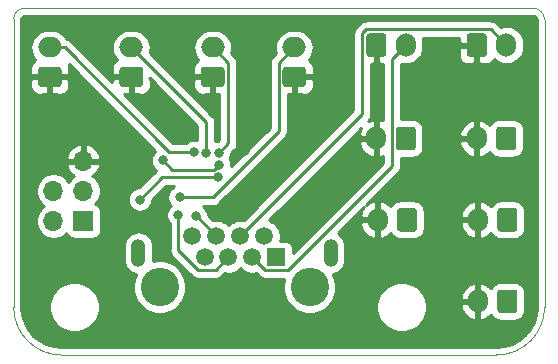
<source format=gbr>
G04 #@! TF.GenerationSoftware,KiCad,Pcbnew,(5.1.6)-1*
G04 #@! TF.CreationDate,2021-11-18T20:07:37-06:00*
G04 #@! TF.ProjectId,ControlPanelSTM32QFN28,436f6e74-726f-46c5-9061-6e656c53544d,rev?*
G04 #@! TF.SameCoordinates,Original*
G04 #@! TF.FileFunction,Copper,L1,Top*
G04 #@! TF.FilePolarity,Positive*
%FSLAX46Y46*%
G04 Gerber Fmt 4.6, Leading zero omitted, Abs format (unit mm)*
G04 Created by KiCad (PCBNEW (5.1.6)-1) date 2021-11-18 20:07:37*
%MOMM*%
%LPD*%
G01*
G04 APERTURE LIST*
G04 #@! TA.AperFunction,Profile*
%ADD10C,0.050000*%
G04 #@! TD*
G04 #@! TA.AperFunction,ComponentPad*
%ADD11R,1.700000X1.700000*%
G04 #@! TD*
G04 #@! TA.AperFunction,ComponentPad*
%ADD12O,1.700000X1.700000*%
G04 #@! TD*
G04 #@! TA.AperFunction,ComponentPad*
%ADD13O,1.700000X2.000000*%
G04 #@! TD*
G04 #@! TA.AperFunction,ComponentPad*
%ADD14O,2.000000X1.700000*%
G04 #@! TD*
G04 #@! TA.AperFunction,ComponentPad*
%ADD15O,1.259000X2.362000*%
G04 #@! TD*
G04 #@! TA.AperFunction,ComponentPad*
%ADD16R,1.500000X1.500000*%
G04 #@! TD*
G04 #@! TA.AperFunction,ComponentPad*
%ADD17C,1.500000*%
G04 #@! TD*
G04 #@! TA.AperFunction,WasherPad*
%ADD18C,3.250000*%
G04 #@! TD*
G04 #@! TA.AperFunction,ViaPad*
%ADD19C,0.800000*%
G04 #@! TD*
G04 #@! TA.AperFunction,Conductor*
%ADD20C,0.250000*%
G04 #@! TD*
G04 #@! TA.AperFunction,Conductor*
%ADD21C,0.254000*%
G04 #@! TD*
G04 APERTURE END LIST*
D10*
X175479873Y-85389743D02*
G75*
G02*
X176439940Y-86360000I-5095J-965162D01*
G01*
X131488000Y-86296602D02*
G75*
G02*
X132389685Y-85389720I901685J5182D01*
G01*
X131488000Y-110680500D02*
X131488000Y-86296602D01*
X135552000Y-114744500D02*
G75*
G02*
X131488000Y-110680500I0J4064000D01*
G01*
X172353080Y-114744500D02*
X135552000Y-114744500D01*
X176439940Y-86360000D02*
X176450164Y-110667800D01*
X176450164Y-110670340D02*
G75*
G02*
X172353080Y-114744500I-4074224J0D01*
G01*
X175479873Y-85389743D02*
X132389685Y-85389720D01*
D11*
X137400000Y-103400000D03*
D12*
X134860000Y-103400000D03*
X137400000Y-100860000D03*
X134860000Y-100860000D03*
X137400000Y-98320000D03*
D13*
X170800000Y-110200000D03*
G04 #@! TA.AperFunction,ComponentPad*
G36*
G01*
X174150000Y-109450000D02*
X174150000Y-110950000D01*
G75*
G02*
X173900000Y-111200000I-250000J0D01*
G01*
X172700000Y-111200000D01*
G75*
G02*
X172450000Y-110950000I0J250000D01*
G01*
X172450000Y-109450000D01*
G75*
G02*
X172700000Y-109200000I250000J0D01*
G01*
X173900000Y-109200000D01*
G75*
G02*
X174150000Y-109450000I0J-250000D01*
G01*
G37*
G04 #@! TD.AperFunction*
X170800000Y-103300000D03*
G04 #@! TA.AperFunction,ComponentPad*
G36*
G01*
X174150000Y-102550000D02*
X174150000Y-104050000D01*
G75*
G02*
X173900000Y-104300000I-250000J0D01*
G01*
X172700000Y-104300000D01*
G75*
G02*
X172450000Y-104050000I0J250000D01*
G01*
X172450000Y-102550000D01*
G75*
G02*
X172700000Y-102300000I250000J0D01*
G01*
X173900000Y-102300000D01*
G75*
G02*
X174150000Y-102550000I0J-250000D01*
G01*
G37*
G04 #@! TD.AperFunction*
X162300000Y-103300000D03*
G04 #@! TA.AperFunction,ComponentPad*
G36*
G01*
X165650000Y-102550000D02*
X165650000Y-104050000D01*
G75*
G02*
X165400000Y-104300000I-250000J0D01*
G01*
X164200000Y-104300000D01*
G75*
G02*
X163950000Y-104050000I0J250000D01*
G01*
X163950000Y-102550000D01*
G75*
G02*
X164200000Y-102300000I250000J0D01*
G01*
X165400000Y-102300000D01*
G75*
G02*
X165650000Y-102550000I0J-250000D01*
G01*
G37*
G04 #@! TD.AperFunction*
X170700000Y-96400000D03*
G04 #@! TA.AperFunction,ComponentPad*
G36*
G01*
X174050000Y-95650000D02*
X174050000Y-97150000D01*
G75*
G02*
X173800000Y-97400000I-250000J0D01*
G01*
X172600000Y-97400000D01*
G75*
G02*
X172350000Y-97150000I0J250000D01*
G01*
X172350000Y-95650000D01*
G75*
G02*
X172600000Y-95400000I250000J0D01*
G01*
X173800000Y-95400000D01*
G75*
G02*
X174050000Y-95650000I0J-250000D01*
G01*
G37*
G04 #@! TD.AperFunction*
X173200000Y-88500000D03*
G04 #@! TA.AperFunction,ComponentPad*
G36*
G01*
X169850000Y-89250000D02*
X169850000Y-87750000D01*
G75*
G02*
X170100000Y-87500000I250000J0D01*
G01*
X171300000Y-87500000D01*
G75*
G02*
X171550000Y-87750000I0J-250000D01*
G01*
X171550000Y-89250000D01*
G75*
G02*
X171300000Y-89500000I-250000J0D01*
G01*
X170100000Y-89500000D01*
G75*
G02*
X169850000Y-89250000I0J250000D01*
G01*
G37*
G04 #@! TD.AperFunction*
X164700000Y-88500000D03*
G04 #@! TA.AperFunction,ComponentPad*
G36*
G01*
X161350000Y-89250000D02*
X161350000Y-87750000D01*
G75*
G02*
X161600000Y-87500000I250000J0D01*
G01*
X162800000Y-87500000D01*
G75*
G02*
X163050000Y-87750000I0J-250000D01*
G01*
X163050000Y-89250000D01*
G75*
G02*
X162800000Y-89500000I-250000J0D01*
G01*
X161600000Y-89500000D01*
G75*
G02*
X161350000Y-89250000I0J250000D01*
G01*
G37*
G04 #@! TD.AperFunction*
D14*
X134550000Y-88700000D03*
G04 #@! TA.AperFunction,ComponentPad*
G36*
G01*
X135300000Y-92050000D02*
X133800000Y-92050000D01*
G75*
G02*
X133550000Y-91800000I0J250000D01*
G01*
X133550000Y-90600000D01*
G75*
G02*
X133800000Y-90350000I250000J0D01*
G01*
X135300000Y-90350000D01*
G75*
G02*
X135550000Y-90600000I0J-250000D01*
G01*
X135550000Y-91800000D01*
G75*
G02*
X135300000Y-92050000I-250000J0D01*
G01*
G37*
G04 #@! TD.AperFunction*
D13*
X162200000Y-96400000D03*
G04 #@! TA.AperFunction,ComponentPad*
G36*
G01*
X165550000Y-95650000D02*
X165550000Y-97150000D01*
G75*
G02*
X165300000Y-97400000I-250000J0D01*
G01*
X164100000Y-97400000D01*
G75*
G02*
X163850000Y-97150000I0J250000D01*
G01*
X163850000Y-95650000D01*
G75*
G02*
X164100000Y-95400000I250000J0D01*
G01*
X165300000Y-95400000D01*
G75*
G02*
X165550000Y-95650000I0J-250000D01*
G01*
G37*
G04 #@! TD.AperFunction*
D14*
X141450000Y-88700000D03*
G04 #@! TA.AperFunction,ComponentPad*
G36*
G01*
X142200000Y-92050000D02*
X140700000Y-92050000D01*
G75*
G02*
X140450000Y-91800000I0J250000D01*
G01*
X140450000Y-90600000D01*
G75*
G02*
X140700000Y-90350000I250000J0D01*
G01*
X142200000Y-90350000D01*
G75*
G02*
X142450000Y-90600000I0J-250000D01*
G01*
X142450000Y-91800000D01*
G75*
G02*
X142200000Y-92050000I-250000J0D01*
G01*
G37*
G04 #@! TD.AperFunction*
X148350000Y-88700000D03*
G04 #@! TA.AperFunction,ComponentPad*
G36*
G01*
X149100000Y-92050000D02*
X147600000Y-92050000D01*
G75*
G02*
X147350000Y-91800000I0J250000D01*
G01*
X147350000Y-90600000D01*
G75*
G02*
X147600000Y-90350000I250000J0D01*
G01*
X149100000Y-90350000D01*
G75*
G02*
X149350000Y-90600000I0J-250000D01*
G01*
X149350000Y-91800000D01*
G75*
G02*
X149100000Y-92050000I-250000J0D01*
G01*
G37*
G04 #@! TD.AperFunction*
X155250000Y-88700000D03*
G04 #@! TA.AperFunction,ComponentPad*
G36*
G01*
X156000000Y-92050000D02*
X154500000Y-92050000D01*
G75*
G02*
X154250000Y-91800000I0J250000D01*
G01*
X154250000Y-90600000D01*
G75*
G02*
X154500000Y-90350000I250000J0D01*
G01*
X156000000Y-90350000D01*
G75*
G02*
X156250000Y-90600000I0J-250000D01*
G01*
X156250000Y-91800000D01*
G75*
G02*
X156000000Y-92050000I-250000J0D01*
G01*
G37*
G04 #@! TD.AperFunction*
D15*
X158323280Y-106097070D03*
X142063280Y-106097070D03*
D16*
X153742580Y-106459020D03*
D17*
X152722580Y-104679020D03*
X151712580Y-106459020D03*
X150692580Y-104679020D03*
X149682580Y-106459020D03*
X148662580Y-104679020D03*
X147652580Y-106459020D03*
X146632580Y-104679020D03*
D18*
X156543280Y-108999020D03*
X143843280Y-108999020D03*
D19*
X151120000Y-97480000D03*
X144153278Y-98261503D03*
X148881569Y-98639513D03*
X146920000Y-103000000D03*
X145450000Y-102890000D03*
X145540000Y-101390000D03*
X147805728Y-97600205D03*
X148850000Y-97640000D03*
X146784683Y-97575274D03*
X142180000Y-101580000D03*
X148804230Y-99688755D03*
D20*
X148481570Y-99039512D02*
X148881569Y-98639513D01*
X144931287Y-99039512D02*
X148481570Y-99039512D01*
X144153278Y-98261503D02*
X144931287Y-99039512D01*
X146983560Y-103000000D02*
X148662580Y-104679020D01*
X146920000Y-103000000D02*
X146983560Y-103000000D01*
X148607579Y-107534021D02*
X149682580Y-106459020D01*
X145450000Y-102890000D02*
X145450000Y-105847442D01*
X147136579Y-107534021D02*
X148607579Y-107534021D01*
X145450000Y-105847442D02*
X147136579Y-107534021D01*
X171874990Y-87174990D02*
X173200000Y-88500000D01*
X161361820Y-87174990D02*
X171874990Y-87174990D01*
X150692580Y-104679020D02*
X161024990Y-94346610D01*
X161024990Y-87511820D02*
X161361820Y-87174990D01*
X161024990Y-94346610D02*
X161024990Y-87511820D01*
X163524990Y-89675010D02*
X164700000Y-88500000D01*
X163524990Y-98761612D02*
X163524990Y-89675010D01*
X154752581Y-107534021D02*
X163524990Y-98761612D01*
X151712580Y-106459020D02*
X152787581Y-107534021D01*
X152787581Y-107534021D02*
X154752581Y-107534021D01*
X153924990Y-90025010D02*
X155250000Y-88700000D01*
X153924990Y-95812172D02*
X153924990Y-90025010D01*
X145540000Y-101390000D02*
X148347162Y-101390000D01*
X148347162Y-101390000D02*
X153924990Y-95812172D01*
X147805728Y-95055728D02*
X147805728Y-97600205D01*
X141450000Y-88700000D02*
X147805728Y-95055728D01*
X149675010Y-90025010D02*
X148350000Y-88700000D01*
X148850000Y-97640000D02*
X149675010Y-96814990D01*
X149675010Y-96814990D02*
X149675010Y-90025010D01*
X134550000Y-88700000D02*
X135800000Y-88700000D01*
X144675274Y-97575274D02*
X146784683Y-97575274D01*
X135800000Y-88700000D02*
X144675274Y-97575274D01*
X142180000Y-101580000D02*
X144071245Y-99688755D01*
X144071245Y-99688755D02*
X148804230Y-99688755D01*
D21*
G36*
X175445847Y-86049743D02*
G01*
X175535001Y-86058960D01*
X175591338Y-86076294D01*
X175643234Y-86104240D01*
X175688715Y-86141736D01*
X175726044Y-86187346D01*
X175753803Y-86239340D01*
X175770937Y-86295742D01*
X175779951Y-86386096D01*
X175790152Y-110638186D01*
X175722036Y-111332885D01*
X175529620Y-111970196D01*
X175217084Y-112557991D01*
X174796331Y-113073886D01*
X174283378Y-113498237D01*
X173697781Y-113814868D01*
X173061825Y-114011730D01*
X172369575Y-114084488D01*
X172352630Y-114084500D01*
X135584278Y-114084500D01*
X134891442Y-114016567D01*
X134256042Y-113824728D01*
X133670009Y-113513130D01*
X133155653Y-113093630D01*
X132732581Y-112582225D01*
X132416897Y-111998378D01*
X132220625Y-111364330D01*
X132148000Y-110673345D01*
X132148000Y-110467721D01*
X134503000Y-110467721D01*
X134503000Y-110888279D01*
X134585047Y-111300756D01*
X134745988Y-111689302D01*
X134979637Y-112038983D01*
X135277017Y-112336363D01*
X135626698Y-112570012D01*
X136015244Y-112730953D01*
X136427721Y-112813000D01*
X136848279Y-112813000D01*
X137260756Y-112730953D01*
X137649302Y-112570012D01*
X137998983Y-112336363D01*
X138296363Y-112038983D01*
X138530012Y-111689302D01*
X138690953Y-111300756D01*
X138773000Y-110888279D01*
X138773000Y-110467721D01*
X138690953Y-110055244D01*
X138530012Y-109666698D01*
X138296363Y-109317017D01*
X137998983Y-109019637D01*
X137649302Y-108785988D01*
X137260756Y-108625047D01*
X136848279Y-108543000D01*
X136427721Y-108543000D01*
X136015244Y-108625047D01*
X135626698Y-108785988D01*
X135277017Y-109019637D01*
X134979637Y-109317017D01*
X134745988Y-109666698D01*
X134585047Y-110055244D01*
X134503000Y-110467721D01*
X132148000Y-110467721D01*
X132148000Y-105483454D01*
X140798780Y-105483454D01*
X140798780Y-106710685D01*
X140817077Y-106896454D01*
X140889382Y-107134813D01*
X141006800Y-107354487D01*
X141164817Y-107547033D01*
X141357362Y-107705050D01*
X141577036Y-107822468D01*
X141815395Y-107894773D01*
X141860094Y-107899176D01*
X141840494Y-107928509D01*
X141670131Y-108339802D01*
X141583280Y-108776429D01*
X141583280Y-109221611D01*
X141670131Y-109658238D01*
X141840494Y-110069531D01*
X142087824Y-110439686D01*
X142402614Y-110754476D01*
X142772769Y-111001806D01*
X143184062Y-111172169D01*
X143620689Y-111259020D01*
X144065871Y-111259020D01*
X144502498Y-111172169D01*
X144913791Y-111001806D01*
X145283946Y-110754476D01*
X145598736Y-110439686D01*
X145846066Y-110069531D01*
X146016429Y-109658238D01*
X146103280Y-109221611D01*
X146103280Y-108776429D01*
X146016429Y-108339802D01*
X145846066Y-107928509D01*
X145598736Y-107558354D01*
X145283946Y-107243564D01*
X144913791Y-106996234D01*
X144502498Y-106825871D01*
X144065871Y-106739020D01*
X143620689Y-106739020D01*
X143319080Y-106799014D01*
X143327780Y-106710686D01*
X143327780Y-105483454D01*
X143309483Y-105297685D01*
X143237178Y-105059326D01*
X143119760Y-104839652D01*
X142961743Y-104647107D01*
X142769198Y-104489090D01*
X142549524Y-104371672D01*
X142311165Y-104299367D01*
X142063280Y-104274952D01*
X141815396Y-104299367D01*
X141577037Y-104371672D01*
X141357363Y-104489090D01*
X141164818Y-104647107D01*
X141006800Y-104839652D01*
X140889382Y-105059326D01*
X140817077Y-105297685D01*
X140798780Y-105483454D01*
X132148000Y-105483454D01*
X132148000Y-100713740D01*
X133375000Y-100713740D01*
X133375000Y-101006260D01*
X133432068Y-101293158D01*
X133544010Y-101563411D01*
X133706525Y-101806632D01*
X133913368Y-102013475D01*
X134087760Y-102130000D01*
X133913368Y-102246525D01*
X133706525Y-102453368D01*
X133544010Y-102696589D01*
X133432068Y-102966842D01*
X133375000Y-103253740D01*
X133375000Y-103546260D01*
X133432068Y-103833158D01*
X133544010Y-104103411D01*
X133706525Y-104346632D01*
X133913368Y-104553475D01*
X134156589Y-104715990D01*
X134426842Y-104827932D01*
X134713740Y-104885000D01*
X135006260Y-104885000D01*
X135293158Y-104827932D01*
X135563411Y-104715990D01*
X135806632Y-104553475D01*
X135938487Y-104421620D01*
X135960498Y-104494180D01*
X136019463Y-104604494D01*
X136098815Y-104701185D01*
X136195506Y-104780537D01*
X136305820Y-104839502D01*
X136425518Y-104875812D01*
X136550000Y-104888072D01*
X138250000Y-104888072D01*
X138374482Y-104875812D01*
X138494180Y-104839502D01*
X138604494Y-104780537D01*
X138701185Y-104701185D01*
X138780537Y-104604494D01*
X138839502Y-104494180D01*
X138875812Y-104374482D01*
X138888072Y-104250000D01*
X138888072Y-102550000D01*
X138875812Y-102425518D01*
X138839502Y-102305820D01*
X138780537Y-102195506D01*
X138701185Y-102098815D01*
X138604494Y-102019463D01*
X138494180Y-101960498D01*
X138421620Y-101938487D01*
X138553475Y-101806632D01*
X138715990Y-101563411D01*
X138827932Y-101293158D01*
X138885000Y-101006260D01*
X138885000Y-100713740D01*
X138827932Y-100426842D01*
X138715990Y-100156589D01*
X138553475Y-99913368D01*
X138346632Y-99706525D01*
X138164466Y-99584805D01*
X138281355Y-99515178D01*
X138497588Y-99320269D01*
X138671641Y-99086920D01*
X138796825Y-98824099D01*
X138841476Y-98676890D01*
X138720155Y-98447000D01*
X137527000Y-98447000D01*
X137527000Y-98467000D01*
X137273000Y-98467000D01*
X137273000Y-98447000D01*
X136079845Y-98447000D01*
X135958524Y-98676890D01*
X136003175Y-98824099D01*
X136128359Y-99086920D01*
X136302412Y-99320269D01*
X136518645Y-99515178D01*
X136635534Y-99584805D01*
X136453368Y-99706525D01*
X136246525Y-99913368D01*
X136130000Y-100087760D01*
X136013475Y-99913368D01*
X135806632Y-99706525D01*
X135563411Y-99544010D01*
X135293158Y-99432068D01*
X135006260Y-99375000D01*
X134713740Y-99375000D01*
X134426842Y-99432068D01*
X134156589Y-99544010D01*
X133913368Y-99706525D01*
X133706525Y-99913368D01*
X133544010Y-100156589D01*
X133432068Y-100426842D01*
X133375000Y-100713740D01*
X132148000Y-100713740D01*
X132148000Y-97963110D01*
X135958524Y-97963110D01*
X136079845Y-98193000D01*
X137273000Y-98193000D01*
X137273000Y-96999186D01*
X137527000Y-96999186D01*
X137527000Y-98193000D01*
X138720155Y-98193000D01*
X138841476Y-97963110D01*
X138796825Y-97815901D01*
X138671641Y-97553080D01*
X138497588Y-97319731D01*
X138281355Y-97124822D01*
X138031252Y-96975843D01*
X137756891Y-96878519D01*
X137527000Y-96999186D01*
X137273000Y-96999186D01*
X137043109Y-96878519D01*
X136768748Y-96975843D01*
X136518645Y-97124822D01*
X136302412Y-97319731D01*
X136128359Y-97553080D01*
X136003175Y-97815901D01*
X135958524Y-97963110D01*
X132148000Y-97963110D01*
X132148000Y-92050000D01*
X132911928Y-92050000D01*
X132924188Y-92174482D01*
X132960498Y-92294180D01*
X133019463Y-92404494D01*
X133098815Y-92501185D01*
X133195506Y-92580537D01*
X133305820Y-92639502D01*
X133425518Y-92675812D01*
X133550000Y-92688072D01*
X134264250Y-92685000D01*
X134423000Y-92526250D01*
X134423000Y-91327000D01*
X134677000Y-91327000D01*
X134677000Y-92526250D01*
X134835750Y-92685000D01*
X135550000Y-92688072D01*
X135674482Y-92675812D01*
X135794180Y-92639502D01*
X135904494Y-92580537D01*
X136001185Y-92501185D01*
X136080537Y-92404494D01*
X136139502Y-92294180D01*
X136175812Y-92174482D01*
X136188072Y-92050000D01*
X136185000Y-91485750D01*
X136026250Y-91327000D01*
X134677000Y-91327000D01*
X134423000Y-91327000D01*
X133073750Y-91327000D01*
X132915000Y-91485750D01*
X132911928Y-92050000D01*
X132148000Y-92050000D01*
X132148000Y-88700000D01*
X132907815Y-88700000D01*
X132936487Y-88991111D01*
X133021401Y-89271034D01*
X133159294Y-89529014D01*
X133340608Y-89749945D01*
X133305820Y-89760498D01*
X133195506Y-89819463D01*
X133098815Y-89898815D01*
X133019463Y-89995506D01*
X132960498Y-90105820D01*
X132924188Y-90225518D01*
X132911928Y-90350000D01*
X132915000Y-90914250D01*
X133073750Y-91073000D01*
X134423000Y-91073000D01*
X134423000Y-91053000D01*
X134677000Y-91053000D01*
X134677000Y-91073000D01*
X136026250Y-91073000D01*
X136185000Y-90914250D01*
X136188072Y-90350000D01*
X136175812Y-90225518D01*
X136143196Y-90117997D01*
X143488134Y-97462936D01*
X143349341Y-97601729D01*
X143236073Y-97771247D01*
X143158052Y-97959605D01*
X143118278Y-98159564D01*
X143118278Y-98363442D01*
X143158052Y-98563401D01*
X143236073Y-98751759D01*
X143349341Y-98921277D01*
X143493504Y-99065440D01*
X143570265Y-99116730D01*
X143531244Y-99148754D01*
X143507446Y-99177752D01*
X142140199Y-100545000D01*
X142078061Y-100545000D01*
X141878102Y-100584774D01*
X141689744Y-100662795D01*
X141520226Y-100776063D01*
X141376063Y-100920226D01*
X141262795Y-101089744D01*
X141184774Y-101278102D01*
X141145000Y-101478061D01*
X141145000Y-101681939D01*
X141184774Y-101881898D01*
X141262795Y-102070256D01*
X141376063Y-102239774D01*
X141520226Y-102383937D01*
X141689744Y-102497205D01*
X141878102Y-102575226D01*
X142078061Y-102615000D01*
X142281939Y-102615000D01*
X142481898Y-102575226D01*
X142670256Y-102497205D01*
X142839774Y-102383937D01*
X142983937Y-102239774D01*
X143097205Y-102070256D01*
X143175226Y-101881898D01*
X143215000Y-101681939D01*
X143215000Y-101619801D01*
X144386047Y-100448755D01*
X145107781Y-100448755D01*
X145049744Y-100472795D01*
X144880226Y-100586063D01*
X144736063Y-100730226D01*
X144622795Y-100899744D01*
X144544774Y-101088102D01*
X144505000Y-101288061D01*
X144505000Y-101491939D01*
X144544774Y-101691898D01*
X144622795Y-101880256D01*
X144736063Y-102049774D01*
X144781289Y-102095000D01*
X144646063Y-102230226D01*
X144532795Y-102399744D01*
X144454774Y-102588102D01*
X144415000Y-102788061D01*
X144415000Y-102991939D01*
X144454774Y-103191898D01*
X144532795Y-103380256D01*
X144646063Y-103549774D01*
X144690000Y-103593711D01*
X144690001Y-105810110D01*
X144686324Y-105847442D01*
X144700998Y-105996427D01*
X144744454Y-106139688D01*
X144815026Y-106271718D01*
X144886201Y-106358444D01*
X144910000Y-106387443D01*
X144938998Y-106411241D01*
X146572780Y-108045024D01*
X146596578Y-108074022D01*
X146625576Y-108097820D01*
X146712302Y-108168995D01*
X146844332Y-108239567D01*
X146987593Y-108283024D01*
X147099246Y-108294021D01*
X147099256Y-108294021D01*
X147136579Y-108297697D01*
X147173902Y-108294021D01*
X148570257Y-108294021D01*
X148607579Y-108297697D01*
X148644901Y-108294021D01*
X148644912Y-108294021D01*
X148756565Y-108283024D01*
X148899826Y-108239567D01*
X149031855Y-108168995D01*
X149147580Y-108074022D01*
X149171383Y-108045019D01*
X149401215Y-107815187D01*
X149546169Y-107844020D01*
X149818991Y-107844020D01*
X150086569Y-107790795D01*
X150338623Y-107686391D01*
X150565466Y-107534819D01*
X150697580Y-107402705D01*
X150829694Y-107534819D01*
X151056537Y-107686391D01*
X151308591Y-107790795D01*
X151576169Y-107844020D01*
X151848991Y-107844020D01*
X151993945Y-107815187D01*
X152223782Y-108045024D01*
X152247580Y-108074022D01*
X152276578Y-108097820D01*
X152363304Y-108168995D01*
X152495334Y-108239567D01*
X152638595Y-108283024D01*
X152750248Y-108294021D01*
X152750258Y-108294021D01*
X152787581Y-108297697D01*
X152824903Y-108294021D01*
X154389094Y-108294021D01*
X154370131Y-108339802D01*
X154283280Y-108776429D01*
X154283280Y-109221611D01*
X154370131Y-109658238D01*
X154540494Y-110069531D01*
X154787824Y-110439686D01*
X155102614Y-110754476D01*
X155472769Y-111001806D01*
X155884062Y-111172169D01*
X156320689Y-111259020D01*
X156765871Y-111259020D01*
X157202498Y-111172169D01*
X157613791Y-111001806D01*
X157983946Y-110754476D01*
X158270701Y-110467721D01*
X162203000Y-110467721D01*
X162203000Y-110888279D01*
X162285047Y-111300756D01*
X162445988Y-111689302D01*
X162679637Y-112038983D01*
X162977017Y-112336363D01*
X163326698Y-112570012D01*
X163715244Y-112730953D01*
X164127721Y-112813000D01*
X164548279Y-112813000D01*
X164960756Y-112730953D01*
X165349302Y-112570012D01*
X165698983Y-112336363D01*
X165996363Y-112038983D01*
X166230012Y-111689302D01*
X166390953Y-111300756D01*
X166473000Y-110888279D01*
X166473000Y-110559742D01*
X169328715Y-110559742D01*
X169397904Y-110842745D01*
X169520975Y-111106812D01*
X169693198Y-111341795D01*
X169907954Y-111538664D01*
X170156991Y-111689854D01*
X170430739Y-111789554D01*
X170443110Y-111791476D01*
X170673000Y-111670155D01*
X170673000Y-110327000D01*
X169472768Y-110327000D01*
X169328715Y-110559742D01*
X166473000Y-110559742D01*
X166473000Y-110467721D01*
X166390953Y-110055244D01*
X166301903Y-109840258D01*
X169328715Y-109840258D01*
X169472768Y-110073000D01*
X170673000Y-110073000D01*
X170673000Y-108729845D01*
X170927000Y-108729845D01*
X170927000Y-110073000D01*
X170947000Y-110073000D01*
X170947000Y-110327000D01*
X170927000Y-110327000D01*
X170927000Y-111670155D01*
X171156890Y-111791476D01*
X171169261Y-111789554D01*
X171443009Y-111689854D01*
X171692046Y-111538664D01*
X171906802Y-111341795D01*
X171907086Y-111341407D01*
X171961595Y-111443386D01*
X172072038Y-111577962D01*
X172206614Y-111688405D01*
X172360150Y-111770472D01*
X172526746Y-111821008D01*
X172700000Y-111838072D01*
X173900000Y-111838072D01*
X174073254Y-111821008D01*
X174239850Y-111770472D01*
X174393386Y-111688405D01*
X174527962Y-111577962D01*
X174638405Y-111443386D01*
X174720472Y-111289850D01*
X174771008Y-111123254D01*
X174788072Y-110950000D01*
X174788072Y-109450000D01*
X174771008Y-109276746D01*
X174720472Y-109110150D01*
X174638405Y-108956614D01*
X174527962Y-108822038D01*
X174393386Y-108711595D01*
X174239850Y-108629528D01*
X174073254Y-108578992D01*
X173900000Y-108561928D01*
X172700000Y-108561928D01*
X172526746Y-108578992D01*
X172360150Y-108629528D01*
X172206614Y-108711595D01*
X172072038Y-108822038D01*
X171961595Y-108956614D01*
X171907086Y-109058593D01*
X171906802Y-109058205D01*
X171692046Y-108861336D01*
X171443009Y-108710146D01*
X171169261Y-108610446D01*
X171156890Y-108608524D01*
X170927000Y-108729845D01*
X170673000Y-108729845D01*
X170443110Y-108608524D01*
X170430739Y-108610446D01*
X170156991Y-108710146D01*
X169907954Y-108861336D01*
X169693198Y-109058205D01*
X169520975Y-109293188D01*
X169397904Y-109557255D01*
X169328715Y-109840258D01*
X166301903Y-109840258D01*
X166230012Y-109666698D01*
X165996363Y-109317017D01*
X165698983Y-109019637D01*
X165349302Y-108785988D01*
X164960756Y-108625047D01*
X164548279Y-108543000D01*
X164127721Y-108543000D01*
X163715244Y-108625047D01*
X163326698Y-108785988D01*
X162977017Y-109019637D01*
X162679637Y-109317017D01*
X162445988Y-109666698D01*
X162285047Y-110055244D01*
X162203000Y-110467721D01*
X158270701Y-110467721D01*
X158298736Y-110439686D01*
X158546066Y-110069531D01*
X158716429Y-109658238D01*
X158803280Y-109221611D01*
X158803280Y-108776429D01*
X158716429Y-108339802D01*
X158546066Y-107928509D01*
X158526466Y-107899175D01*
X158571164Y-107894773D01*
X158809523Y-107822468D01*
X159029197Y-107705050D01*
X159221743Y-107547033D01*
X159379760Y-107354488D01*
X159497178Y-107134814D01*
X159569483Y-106896455D01*
X159587780Y-106710686D01*
X159587780Y-105483454D01*
X159569483Y-105297685D01*
X159497178Y-105059326D01*
X159379760Y-104839652D01*
X159221743Y-104647107D01*
X159029198Y-104489090D01*
X158926960Y-104434443D01*
X159701661Y-103659742D01*
X160828715Y-103659742D01*
X160897904Y-103942745D01*
X161020975Y-104206812D01*
X161193198Y-104441795D01*
X161407954Y-104638664D01*
X161656991Y-104789854D01*
X161930739Y-104889554D01*
X161943110Y-104891476D01*
X162173000Y-104770155D01*
X162173000Y-103427000D01*
X160972768Y-103427000D01*
X160828715Y-103659742D01*
X159701661Y-103659742D01*
X161165755Y-102195649D01*
X161020975Y-102393188D01*
X160897904Y-102657255D01*
X160828715Y-102940258D01*
X160972768Y-103173000D01*
X162173000Y-103173000D01*
X162173000Y-101829845D01*
X162427000Y-101829845D01*
X162427000Y-103173000D01*
X162447000Y-103173000D01*
X162447000Y-103427000D01*
X162427000Y-103427000D01*
X162427000Y-104770155D01*
X162656890Y-104891476D01*
X162669261Y-104889554D01*
X162943009Y-104789854D01*
X163192046Y-104638664D01*
X163406802Y-104441795D01*
X163407086Y-104441407D01*
X163461595Y-104543386D01*
X163572038Y-104677962D01*
X163706614Y-104788405D01*
X163860150Y-104870472D01*
X164026746Y-104921008D01*
X164200000Y-104938072D01*
X165400000Y-104938072D01*
X165573254Y-104921008D01*
X165739850Y-104870472D01*
X165893386Y-104788405D01*
X166027962Y-104677962D01*
X166138405Y-104543386D01*
X166220472Y-104389850D01*
X166271008Y-104223254D01*
X166288072Y-104050000D01*
X166288072Y-103659742D01*
X169328715Y-103659742D01*
X169397904Y-103942745D01*
X169520975Y-104206812D01*
X169693198Y-104441795D01*
X169907954Y-104638664D01*
X170156991Y-104789854D01*
X170430739Y-104889554D01*
X170443110Y-104891476D01*
X170673000Y-104770155D01*
X170673000Y-103427000D01*
X169472768Y-103427000D01*
X169328715Y-103659742D01*
X166288072Y-103659742D01*
X166288072Y-102940258D01*
X169328715Y-102940258D01*
X169472768Y-103173000D01*
X170673000Y-103173000D01*
X170673000Y-101829845D01*
X170927000Y-101829845D01*
X170927000Y-103173000D01*
X170947000Y-103173000D01*
X170947000Y-103427000D01*
X170927000Y-103427000D01*
X170927000Y-104770155D01*
X171156890Y-104891476D01*
X171169261Y-104889554D01*
X171443009Y-104789854D01*
X171692046Y-104638664D01*
X171906802Y-104441795D01*
X171907086Y-104441407D01*
X171961595Y-104543386D01*
X172072038Y-104677962D01*
X172206614Y-104788405D01*
X172360150Y-104870472D01*
X172526746Y-104921008D01*
X172700000Y-104938072D01*
X173900000Y-104938072D01*
X174073254Y-104921008D01*
X174239850Y-104870472D01*
X174393386Y-104788405D01*
X174527962Y-104677962D01*
X174638405Y-104543386D01*
X174720472Y-104389850D01*
X174771008Y-104223254D01*
X174788072Y-104050000D01*
X174788072Y-102550000D01*
X174771008Y-102376746D01*
X174720472Y-102210150D01*
X174638405Y-102056614D01*
X174527962Y-101922038D01*
X174393386Y-101811595D01*
X174239850Y-101729528D01*
X174073254Y-101678992D01*
X173900000Y-101661928D01*
X172700000Y-101661928D01*
X172526746Y-101678992D01*
X172360150Y-101729528D01*
X172206614Y-101811595D01*
X172072038Y-101922038D01*
X171961595Y-102056614D01*
X171907086Y-102158593D01*
X171906802Y-102158205D01*
X171692046Y-101961336D01*
X171443009Y-101810146D01*
X171169261Y-101710446D01*
X171156890Y-101708524D01*
X170927000Y-101829845D01*
X170673000Y-101829845D01*
X170443110Y-101708524D01*
X170430739Y-101710446D01*
X170156991Y-101810146D01*
X169907954Y-101961336D01*
X169693198Y-102158205D01*
X169520975Y-102393188D01*
X169397904Y-102657255D01*
X169328715Y-102940258D01*
X166288072Y-102940258D01*
X166288072Y-102550000D01*
X166271008Y-102376746D01*
X166220472Y-102210150D01*
X166138405Y-102056614D01*
X166027962Y-101922038D01*
X165893386Y-101811595D01*
X165739850Y-101729528D01*
X165573254Y-101678992D01*
X165400000Y-101661928D01*
X164200000Y-101661928D01*
X164026746Y-101678992D01*
X163860150Y-101729528D01*
X163706614Y-101811595D01*
X163572038Y-101922038D01*
X163461595Y-102056614D01*
X163407086Y-102158593D01*
X163406802Y-102158205D01*
X163192046Y-101961336D01*
X162943009Y-101810146D01*
X162669261Y-101710446D01*
X162656890Y-101708524D01*
X162427000Y-101829845D01*
X162173000Y-101829845D01*
X161943110Y-101708524D01*
X161930739Y-101710446D01*
X161656991Y-101810146D01*
X161407954Y-101961336D01*
X161313269Y-102048135D01*
X164035994Y-99325410D01*
X164064991Y-99301613D01*
X164159964Y-99185888D01*
X164230536Y-99053859D01*
X164273993Y-98910598D01*
X164284990Y-98798945D01*
X164284990Y-98798937D01*
X164288666Y-98761612D01*
X164284990Y-98724287D01*
X164284990Y-98038072D01*
X165300000Y-98038072D01*
X165473254Y-98021008D01*
X165639850Y-97970472D01*
X165793386Y-97888405D01*
X165927962Y-97777962D01*
X166038405Y-97643386D01*
X166120472Y-97489850D01*
X166171008Y-97323254D01*
X166188072Y-97150000D01*
X166188072Y-96759742D01*
X169228715Y-96759742D01*
X169297904Y-97042745D01*
X169420975Y-97306812D01*
X169593198Y-97541795D01*
X169807954Y-97738664D01*
X170056991Y-97889854D01*
X170330739Y-97989554D01*
X170343110Y-97991476D01*
X170573000Y-97870155D01*
X170573000Y-96527000D01*
X169372768Y-96527000D01*
X169228715Y-96759742D01*
X166188072Y-96759742D01*
X166188072Y-96040258D01*
X169228715Y-96040258D01*
X169372768Y-96273000D01*
X170573000Y-96273000D01*
X170573000Y-94929845D01*
X170827000Y-94929845D01*
X170827000Y-96273000D01*
X170847000Y-96273000D01*
X170847000Y-96527000D01*
X170827000Y-96527000D01*
X170827000Y-97870155D01*
X171056890Y-97991476D01*
X171069261Y-97989554D01*
X171343009Y-97889854D01*
X171592046Y-97738664D01*
X171806802Y-97541795D01*
X171807086Y-97541407D01*
X171861595Y-97643386D01*
X171972038Y-97777962D01*
X172106614Y-97888405D01*
X172260150Y-97970472D01*
X172426746Y-98021008D01*
X172600000Y-98038072D01*
X173800000Y-98038072D01*
X173973254Y-98021008D01*
X174139850Y-97970472D01*
X174293386Y-97888405D01*
X174427962Y-97777962D01*
X174538405Y-97643386D01*
X174620472Y-97489850D01*
X174671008Y-97323254D01*
X174688072Y-97150000D01*
X174688072Y-95650000D01*
X174671008Y-95476746D01*
X174620472Y-95310150D01*
X174538405Y-95156614D01*
X174427962Y-95022038D01*
X174293386Y-94911595D01*
X174139850Y-94829528D01*
X173973254Y-94778992D01*
X173800000Y-94761928D01*
X172600000Y-94761928D01*
X172426746Y-94778992D01*
X172260150Y-94829528D01*
X172106614Y-94911595D01*
X171972038Y-95022038D01*
X171861595Y-95156614D01*
X171807086Y-95258593D01*
X171806802Y-95258205D01*
X171592046Y-95061336D01*
X171343009Y-94910146D01*
X171069261Y-94810446D01*
X171056890Y-94808524D01*
X170827000Y-94929845D01*
X170573000Y-94929845D01*
X170343110Y-94808524D01*
X170330739Y-94810446D01*
X170056991Y-94910146D01*
X169807954Y-95061336D01*
X169593198Y-95258205D01*
X169420975Y-95493188D01*
X169297904Y-95757255D01*
X169228715Y-96040258D01*
X166188072Y-96040258D01*
X166188072Y-95650000D01*
X166171008Y-95476746D01*
X166120472Y-95310150D01*
X166038405Y-95156614D01*
X165927962Y-95022038D01*
X165793386Y-94911595D01*
X165639850Y-94829528D01*
X165473254Y-94778992D01*
X165300000Y-94761928D01*
X164284990Y-94761928D01*
X164284990Y-90075928D01*
X164408890Y-90113513D01*
X164700000Y-90142185D01*
X164991111Y-90113513D01*
X165271034Y-90028599D01*
X165529014Y-89890706D01*
X165755134Y-89705134D01*
X165923483Y-89500000D01*
X169211928Y-89500000D01*
X169224188Y-89624482D01*
X169260498Y-89744180D01*
X169319463Y-89854494D01*
X169398815Y-89951185D01*
X169495506Y-90030537D01*
X169605820Y-90089502D01*
X169725518Y-90125812D01*
X169850000Y-90138072D01*
X170414250Y-90135000D01*
X170573000Y-89976250D01*
X170573000Y-88627000D01*
X169373750Y-88627000D01*
X169215000Y-88785750D01*
X169211928Y-89500000D01*
X165923483Y-89500000D01*
X165940706Y-89479014D01*
X166078599Y-89221033D01*
X166163513Y-88941110D01*
X166185000Y-88722949D01*
X166185000Y-88277050D01*
X166163513Y-88058889D01*
X166125929Y-87934990D01*
X169213799Y-87934990D01*
X169215000Y-88214250D01*
X169373750Y-88373000D01*
X170573000Y-88373000D01*
X170573000Y-88353000D01*
X170827000Y-88353000D01*
X170827000Y-88373000D01*
X170847000Y-88373000D01*
X170847000Y-88627000D01*
X170827000Y-88627000D01*
X170827000Y-89976250D01*
X170985750Y-90135000D01*
X171550000Y-90138072D01*
X171674482Y-90125812D01*
X171794180Y-90089502D01*
X171904494Y-90030537D01*
X172001185Y-89951185D01*
X172080537Y-89854494D01*
X172139502Y-89744180D01*
X172150055Y-89709392D01*
X172370987Y-89890706D01*
X172628967Y-90028599D01*
X172908890Y-90113513D01*
X173200000Y-90142185D01*
X173491111Y-90113513D01*
X173771034Y-90028599D01*
X174029014Y-89890706D01*
X174255134Y-89705134D01*
X174440706Y-89479014D01*
X174578599Y-89221033D01*
X174663513Y-88941110D01*
X174685000Y-88722949D01*
X174685000Y-88277050D01*
X174663513Y-88058889D01*
X174578599Y-87778966D01*
X174440706Y-87520986D01*
X174255134Y-87294866D01*
X174029013Y-87109294D01*
X173771033Y-86971401D01*
X173491110Y-86886487D01*
X173200000Y-86857815D01*
X172908889Y-86886487D01*
X172718916Y-86944115D01*
X172438794Y-86663993D01*
X172414991Y-86634989D01*
X172299266Y-86540016D01*
X172167237Y-86469444D01*
X172023976Y-86425987D01*
X171912323Y-86414990D01*
X171912312Y-86414990D01*
X171874990Y-86411314D01*
X171837668Y-86414990D01*
X161399153Y-86414990D01*
X161361820Y-86411313D01*
X161324487Y-86414990D01*
X161212834Y-86425987D01*
X161069573Y-86469444D01*
X160937544Y-86540016D01*
X160821819Y-86634989D01*
X160798016Y-86663993D01*
X160513988Y-86948021D01*
X160484990Y-86971819D01*
X160461192Y-87000817D01*
X160461191Y-87000818D01*
X160390016Y-87087544D01*
X160319444Y-87219574D01*
X160275988Y-87362835D01*
X160261314Y-87511820D01*
X160264991Y-87549152D01*
X160264990Y-94031808D01*
X150973945Y-103322853D01*
X150828991Y-103294020D01*
X150556169Y-103294020D01*
X150288591Y-103347245D01*
X150036537Y-103451649D01*
X149809694Y-103603221D01*
X149677580Y-103735335D01*
X149545466Y-103603221D01*
X149318623Y-103451649D01*
X149066569Y-103347245D01*
X148798991Y-103294020D01*
X148526169Y-103294020D01*
X148381215Y-103322853D01*
X147954647Y-102896286D01*
X147915226Y-102698102D01*
X147837205Y-102509744D01*
X147723937Y-102340226D01*
X147579774Y-102196063D01*
X147510836Y-102150000D01*
X148309840Y-102150000D01*
X148347162Y-102153676D01*
X148384484Y-102150000D01*
X148384495Y-102150000D01*
X148496148Y-102139003D01*
X148639409Y-102095546D01*
X148771438Y-102024974D01*
X148887163Y-101930001D01*
X148910966Y-101900997D01*
X154435994Y-96375970D01*
X154464991Y-96352173D01*
X154491322Y-96320089D01*
X154559964Y-96236449D01*
X154630536Y-96104419D01*
X154630536Y-96104418D01*
X154673993Y-95961158D01*
X154684990Y-95849505D01*
X154684990Y-95849495D01*
X154688666Y-95812173D01*
X154684990Y-95774850D01*
X154684990Y-92686201D01*
X154964250Y-92685000D01*
X155123000Y-92526250D01*
X155123000Y-91327000D01*
X155377000Y-91327000D01*
X155377000Y-92526250D01*
X155535750Y-92685000D01*
X156250000Y-92688072D01*
X156374482Y-92675812D01*
X156494180Y-92639502D01*
X156604494Y-92580537D01*
X156701185Y-92501185D01*
X156780537Y-92404494D01*
X156839502Y-92294180D01*
X156875812Y-92174482D01*
X156888072Y-92050000D01*
X156885000Y-91485750D01*
X156726250Y-91327000D01*
X155377000Y-91327000D01*
X155123000Y-91327000D01*
X155103000Y-91327000D01*
X155103000Y-91073000D01*
X155123000Y-91073000D01*
X155123000Y-91053000D01*
X155377000Y-91053000D01*
X155377000Y-91073000D01*
X156726250Y-91073000D01*
X156885000Y-90914250D01*
X156888072Y-90350000D01*
X156875812Y-90225518D01*
X156839502Y-90105820D01*
X156780537Y-89995506D01*
X156701185Y-89898815D01*
X156604494Y-89819463D01*
X156494180Y-89760498D01*
X156459392Y-89749945D01*
X156640706Y-89529014D01*
X156778599Y-89271034D01*
X156863513Y-88991111D01*
X156892185Y-88700000D01*
X156863513Y-88408889D01*
X156778599Y-88128966D01*
X156640706Y-87870986D01*
X156455134Y-87644866D01*
X156229014Y-87459294D01*
X155971034Y-87321401D01*
X155691111Y-87236487D01*
X155472950Y-87215000D01*
X155027050Y-87215000D01*
X154808889Y-87236487D01*
X154528966Y-87321401D01*
X154270986Y-87459294D01*
X154044866Y-87644866D01*
X153859294Y-87870986D01*
X153721401Y-88128966D01*
X153636487Y-88408889D01*
X153607815Y-88700000D01*
X153636487Y-88991111D01*
X153694115Y-89181084D01*
X153413988Y-89461211D01*
X153384990Y-89485009D01*
X153361192Y-89514007D01*
X153361191Y-89514008D01*
X153290016Y-89600734D01*
X153219444Y-89732764D01*
X153189170Y-89832568D01*
X153175988Y-89876024D01*
X153164991Y-89987677D01*
X153161314Y-90025010D01*
X153164991Y-90062342D01*
X153164990Y-95497370D01*
X149915491Y-98746869D01*
X149916569Y-98741452D01*
X149916569Y-98537574D01*
X149876795Y-98337615D01*
X149798774Y-98149257D01*
X149774427Y-98112820D01*
X149845226Y-97941898D01*
X149885000Y-97741939D01*
X149885000Y-97679802D01*
X150186014Y-97378788D01*
X150215011Y-97354991D01*
X150309984Y-97239266D01*
X150380556Y-97107237D01*
X150424013Y-96963976D01*
X150435010Y-96852323D01*
X150435010Y-96852314D01*
X150438686Y-96814991D01*
X150435010Y-96777668D01*
X150435010Y-90062332D01*
X150438686Y-90025009D01*
X150435010Y-89987686D01*
X150435010Y-89987677D01*
X150424013Y-89876024D01*
X150380556Y-89732763D01*
X150322678Y-89624482D01*
X150309984Y-89600733D01*
X150238809Y-89514007D01*
X150215011Y-89485009D01*
X150186013Y-89461211D01*
X149905885Y-89181084D01*
X149963513Y-88991111D01*
X149992185Y-88700000D01*
X149963513Y-88408889D01*
X149878599Y-88128966D01*
X149740706Y-87870986D01*
X149555134Y-87644866D01*
X149329014Y-87459294D01*
X149071034Y-87321401D01*
X148791111Y-87236487D01*
X148572950Y-87215000D01*
X148127050Y-87215000D01*
X147908889Y-87236487D01*
X147628966Y-87321401D01*
X147370986Y-87459294D01*
X147144866Y-87644866D01*
X146959294Y-87870986D01*
X146821401Y-88128966D01*
X146736487Y-88408889D01*
X146707815Y-88700000D01*
X146736487Y-88991111D01*
X146821401Y-89271034D01*
X146959294Y-89529014D01*
X147140608Y-89749945D01*
X147105820Y-89760498D01*
X146995506Y-89819463D01*
X146898815Y-89898815D01*
X146819463Y-89995506D01*
X146760498Y-90105820D01*
X146724188Y-90225518D01*
X146711928Y-90350000D01*
X146715000Y-90914250D01*
X146873750Y-91073000D01*
X148223000Y-91073000D01*
X148223000Y-91053000D01*
X148477000Y-91053000D01*
X148477000Y-91073000D01*
X148497000Y-91073000D01*
X148497000Y-91327000D01*
X148477000Y-91327000D01*
X148477000Y-92526250D01*
X148635750Y-92685000D01*
X148915011Y-92686201D01*
X148915010Y-96500188D01*
X148810198Y-96605000D01*
X148748061Y-96605000D01*
X148565728Y-96641268D01*
X148565728Y-95093053D01*
X148569404Y-95055728D01*
X148565728Y-95018403D01*
X148565728Y-95018395D01*
X148554731Y-94906742D01*
X148511274Y-94763481D01*
X148440702Y-94631452D01*
X148345729Y-94515727D01*
X148316732Y-94491930D01*
X145874802Y-92050000D01*
X146711928Y-92050000D01*
X146724188Y-92174482D01*
X146760498Y-92294180D01*
X146819463Y-92404494D01*
X146898815Y-92501185D01*
X146995506Y-92580537D01*
X147105820Y-92639502D01*
X147225518Y-92675812D01*
X147350000Y-92688072D01*
X148064250Y-92685000D01*
X148223000Y-92526250D01*
X148223000Y-91327000D01*
X146873750Y-91327000D01*
X146715000Y-91485750D01*
X146711928Y-92050000D01*
X145874802Y-92050000D01*
X143005885Y-89181084D01*
X143063513Y-88991111D01*
X143092185Y-88700000D01*
X143063513Y-88408889D01*
X142978599Y-88128966D01*
X142840706Y-87870986D01*
X142655134Y-87644866D01*
X142429014Y-87459294D01*
X142171034Y-87321401D01*
X141891111Y-87236487D01*
X141672950Y-87215000D01*
X141227050Y-87215000D01*
X141008889Y-87236487D01*
X140728966Y-87321401D01*
X140470986Y-87459294D01*
X140244866Y-87644866D01*
X140059294Y-87870986D01*
X139921401Y-88128966D01*
X139836487Y-88408889D01*
X139807815Y-88700000D01*
X139836487Y-88991111D01*
X139921401Y-89271034D01*
X140059294Y-89529014D01*
X140240608Y-89749945D01*
X140205820Y-89760498D01*
X140095506Y-89819463D01*
X139998815Y-89898815D01*
X139919463Y-89995506D01*
X139860498Y-90105820D01*
X139824188Y-90225518D01*
X139811928Y-90350000D01*
X139815000Y-90914250D01*
X139973750Y-91073000D01*
X141323000Y-91073000D01*
X141323000Y-91053000D01*
X141577000Y-91053000D01*
X141577000Y-91073000D01*
X141597000Y-91073000D01*
X141597000Y-91327000D01*
X141577000Y-91327000D01*
X141577000Y-92526250D01*
X141735750Y-92685000D01*
X142450000Y-92688072D01*
X142574482Y-92675812D01*
X142694180Y-92639502D01*
X142804494Y-92580537D01*
X142901185Y-92501185D01*
X142980537Y-92404494D01*
X143039502Y-92294180D01*
X143075812Y-92174482D01*
X143088072Y-92050000D01*
X143085000Y-91485750D01*
X142926252Y-91327002D01*
X143002201Y-91327002D01*
X147045728Y-95370530D01*
X147045729Y-96571922D01*
X146886622Y-96540274D01*
X146682744Y-96540274D01*
X146482785Y-96580048D01*
X146294427Y-96658069D01*
X146124909Y-96771337D01*
X146080972Y-96815274D01*
X144990076Y-96815274D01*
X140861105Y-92686304D01*
X141164250Y-92685000D01*
X141323000Y-92526250D01*
X141323000Y-91327000D01*
X139973750Y-91327000D01*
X139815000Y-91485750D01*
X139814164Y-91639362D01*
X136363804Y-88189003D01*
X136340001Y-88159999D01*
X136224276Y-88065026D01*
X136092247Y-87994454D01*
X135990146Y-87963483D01*
X135940706Y-87870986D01*
X135755134Y-87644866D01*
X135529014Y-87459294D01*
X135271034Y-87321401D01*
X134991111Y-87236487D01*
X134772950Y-87215000D01*
X134327050Y-87215000D01*
X134108889Y-87236487D01*
X133828966Y-87321401D01*
X133570986Y-87459294D01*
X133344866Y-87644866D01*
X133159294Y-87870986D01*
X133021401Y-88128966D01*
X132936487Y-88408889D01*
X132907815Y-88700000D01*
X132148000Y-88700000D01*
X132148000Y-86326977D01*
X132155430Y-86246437D01*
X132168630Y-86201791D01*
X132190250Y-86160560D01*
X132219465Y-86124316D01*
X132255162Y-86094437D01*
X132295987Y-86072059D01*
X132340380Y-86058037D01*
X132415368Y-86049719D01*
X175445847Y-86049743D01*
G37*
X175445847Y-86049743D02*
X175535001Y-86058960D01*
X175591338Y-86076294D01*
X175643234Y-86104240D01*
X175688715Y-86141736D01*
X175726044Y-86187346D01*
X175753803Y-86239340D01*
X175770937Y-86295742D01*
X175779951Y-86386096D01*
X175790152Y-110638186D01*
X175722036Y-111332885D01*
X175529620Y-111970196D01*
X175217084Y-112557991D01*
X174796331Y-113073886D01*
X174283378Y-113498237D01*
X173697781Y-113814868D01*
X173061825Y-114011730D01*
X172369575Y-114084488D01*
X172352630Y-114084500D01*
X135584278Y-114084500D01*
X134891442Y-114016567D01*
X134256042Y-113824728D01*
X133670009Y-113513130D01*
X133155653Y-113093630D01*
X132732581Y-112582225D01*
X132416897Y-111998378D01*
X132220625Y-111364330D01*
X132148000Y-110673345D01*
X132148000Y-110467721D01*
X134503000Y-110467721D01*
X134503000Y-110888279D01*
X134585047Y-111300756D01*
X134745988Y-111689302D01*
X134979637Y-112038983D01*
X135277017Y-112336363D01*
X135626698Y-112570012D01*
X136015244Y-112730953D01*
X136427721Y-112813000D01*
X136848279Y-112813000D01*
X137260756Y-112730953D01*
X137649302Y-112570012D01*
X137998983Y-112336363D01*
X138296363Y-112038983D01*
X138530012Y-111689302D01*
X138690953Y-111300756D01*
X138773000Y-110888279D01*
X138773000Y-110467721D01*
X138690953Y-110055244D01*
X138530012Y-109666698D01*
X138296363Y-109317017D01*
X137998983Y-109019637D01*
X137649302Y-108785988D01*
X137260756Y-108625047D01*
X136848279Y-108543000D01*
X136427721Y-108543000D01*
X136015244Y-108625047D01*
X135626698Y-108785988D01*
X135277017Y-109019637D01*
X134979637Y-109317017D01*
X134745988Y-109666698D01*
X134585047Y-110055244D01*
X134503000Y-110467721D01*
X132148000Y-110467721D01*
X132148000Y-105483454D01*
X140798780Y-105483454D01*
X140798780Y-106710685D01*
X140817077Y-106896454D01*
X140889382Y-107134813D01*
X141006800Y-107354487D01*
X141164817Y-107547033D01*
X141357362Y-107705050D01*
X141577036Y-107822468D01*
X141815395Y-107894773D01*
X141860094Y-107899176D01*
X141840494Y-107928509D01*
X141670131Y-108339802D01*
X141583280Y-108776429D01*
X141583280Y-109221611D01*
X141670131Y-109658238D01*
X141840494Y-110069531D01*
X142087824Y-110439686D01*
X142402614Y-110754476D01*
X142772769Y-111001806D01*
X143184062Y-111172169D01*
X143620689Y-111259020D01*
X144065871Y-111259020D01*
X144502498Y-111172169D01*
X144913791Y-111001806D01*
X145283946Y-110754476D01*
X145598736Y-110439686D01*
X145846066Y-110069531D01*
X146016429Y-109658238D01*
X146103280Y-109221611D01*
X146103280Y-108776429D01*
X146016429Y-108339802D01*
X145846066Y-107928509D01*
X145598736Y-107558354D01*
X145283946Y-107243564D01*
X144913791Y-106996234D01*
X144502498Y-106825871D01*
X144065871Y-106739020D01*
X143620689Y-106739020D01*
X143319080Y-106799014D01*
X143327780Y-106710686D01*
X143327780Y-105483454D01*
X143309483Y-105297685D01*
X143237178Y-105059326D01*
X143119760Y-104839652D01*
X142961743Y-104647107D01*
X142769198Y-104489090D01*
X142549524Y-104371672D01*
X142311165Y-104299367D01*
X142063280Y-104274952D01*
X141815396Y-104299367D01*
X141577037Y-104371672D01*
X141357363Y-104489090D01*
X141164818Y-104647107D01*
X141006800Y-104839652D01*
X140889382Y-105059326D01*
X140817077Y-105297685D01*
X140798780Y-105483454D01*
X132148000Y-105483454D01*
X132148000Y-100713740D01*
X133375000Y-100713740D01*
X133375000Y-101006260D01*
X133432068Y-101293158D01*
X133544010Y-101563411D01*
X133706525Y-101806632D01*
X133913368Y-102013475D01*
X134087760Y-102130000D01*
X133913368Y-102246525D01*
X133706525Y-102453368D01*
X133544010Y-102696589D01*
X133432068Y-102966842D01*
X133375000Y-103253740D01*
X133375000Y-103546260D01*
X133432068Y-103833158D01*
X133544010Y-104103411D01*
X133706525Y-104346632D01*
X133913368Y-104553475D01*
X134156589Y-104715990D01*
X134426842Y-104827932D01*
X134713740Y-104885000D01*
X135006260Y-104885000D01*
X135293158Y-104827932D01*
X135563411Y-104715990D01*
X135806632Y-104553475D01*
X135938487Y-104421620D01*
X135960498Y-104494180D01*
X136019463Y-104604494D01*
X136098815Y-104701185D01*
X136195506Y-104780537D01*
X136305820Y-104839502D01*
X136425518Y-104875812D01*
X136550000Y-104888072D01*
X138250000Y-104888072D01*
X138374482Y-104875812D01*
X138494180Y-104839502D01*
X138604494Y-104780537D01*
X138701185Y-104701185D01*
X138780537Y-104604494D01*
X138839502Y-104494180D01*
X138875812Y-104374482D01*
X138888072Y-104250000D01*
X138888072Y-102550000D01*
X138875812Y-102425518D01*
X138839502Y-102305820D01*
X138780537Y-102195506D01*
X138701185Y-102098815D01*
X138604494Y-102019463D01*
X138494180Y-101960498D01*
X138421620Y-101938487D01*
X138553475Y-101806632D01*
X138715990Y-101563411D01*
X138827932Y-101293158D01*
X138885000Y-101006260D01*
X138885000Y-100713740D01*
X138827932Y-100426842D01*
X138715990Y-100156589D01*
X138553475Y-99913368D01*
X138346632Y-99706525D01*
X138164466Y-99584805D01*
X138281355Y-99515178D01*
X138497588Y-99320269D01*
X138671641Y-99086920D01*
X138796825Y-98824099D01*
X138841476Y-98676890D01*
X138720155Y-98447000D01*
X137527000Y-98447000D01*
X137527000Y-98467000D01*
X137273000Y-98467000D01*
X137273000Y-98447000D01*
X136079845Y-98447000D01*
X135958524Y-98676890D01*
X136003175Y-98824099D01*
X136128359Y-99086920D01*
X136302412Y-99320269D01*
X136518645Y-99515178D01*
X136635534Y-99584805D01*
X136453368Y-99706525D01*
X136246525Y-99913368D01*
X136130000Y-100087760D01*
X136013475Y-99913368D01*
X135806632Y-99706525D01*
X135563411Y-99544010D01*
X135293158Y-99432068D01*
X135006260Y-99375000D01*
X134713740Y-99375000D01*
X134426842Y-99432068D01*
X134156589Y-99544010D01*
X133913368Y-99706525D01*
X133706525Y-99913368D01*
X133544010Y-100156589D01*
X133432068Y-100426842D01*
X133375000Y-100713740D01*
X132148000Y-100713740D01*
X132148000Y-97963110D01*
X135958524Y-97963110D01*
X136079845Y-98193000D01*
X137273000Y-98193000D01*
X137273000Y-96999186D01*
X137527000Y-96999186D01*
X137527000Y-98193000D01*
X138720155Y-98193000D01*
X138841476Y-97963110D01*
X138796825Y-97815901D01*
X138671641Y-97553080D01*
X138497588Y-97319731D01*
X138281355Y-97124822D01*
X138031252Y-96975843D01*
X137756891Y-96878519D01*
X137527000Y-96999186D01*
X137273000Y-96999186D01*
X137043109Y-96878519D01*
X136768748Y-96975843D01*
X136518645Y-97124822D01*
X136302412Y-97319731D01*
X136128359Y-97553080D01*
X136003175Y-97815901D01*
X135958524Y-97963110D01*
X132148000Y-97963110D01*
X132148000Y-92050000D01*
X132911928Y-92050000D01*
X132924188Y-92174482D01*
X132960498Y-92294180D01*
X133019463Y-92404494D01*
X133098815Y-92501185D01*
X133195506Y-92580537D01*
X133305820Y-92639502D01*
X133425518Y-92675812D01*
X133550000Y-92688072D01*
X134264250Y-92685000D01*
X134423000Y-92526250D01*
X134423000Y-91327000D01*
X134677000Y-91327000D01*
X134677000Y-92526250D01*
X134835750Y-92685000D01*
X135550000Y-92688072D01*
X135674482Y-92675812D01*
X135794180Y-92639502D01*
X135904494Y-92580537D01*
X136001185Y-92501185D01*
X136080537Y-92404494D01*
X136139502Y-92294180D01*
X136175812Y-92174482D01*
X136188072Y-92050000D01*
X136185000Y-91485750D01*
X136026250Y-91327000D01*
X134677000Y-91327000D01*
X134423000Y-91327000D01*
X133073750Y-91327000D01*
X132915000Y-91485750D01*
X132911928Y-92050000D01*
X132148000Y-92050000D01*
X132148000Y-88700000D01*
X132907815Y-88700000D01*
X132936487Y-88991111D01*
X133021401Y-89271034D01*
X133159294Y-89529014D01*
X133340608Y-89749945D01*
X133305820Y-89760498D01*
X133195506Y-89819463D01*
X133098815Y-89898815D01*
X133019463Y-89995506D01*
X132960498Y-90105820D01*
X132924188Y-90225518D01*
X132911928Y-90350000D01*
X132915000Y-90914250D01*
X133073750Y-91073000D01*
X134423000Y-91073000D01*
X134423000Y-91053000D01*
X134677000Y-91053000D01*
X134677000Y-91073000D01*
X136026250Y-91073000D01*
X136185000Y-90914250D01*
X136188072Y-90350000D01*
X136175812Y-90225518D01*
X136143196Y-90117997D01*
X143488134Y-97462936D01*
X143349341Y-97601729D01*
X143236073Y-97771247D01*
X143158052Y-97959605D01*
X143118278Y-98159564D01*
X143118278Y-98363442D01*
X143158052Y-98563401D01*
X143236073Y-98751759D01*
X143349341Y-98921277D01*
X143493504Y-99065440D01*
X143570265Y-99116730D01*
X143531244Y-99148754D01*
X143507446Y-99177752D01*
X142140199Y-100545000D01*
X142078061Y-100545000D01*
X141878102Y-100584774D01*
X141689744Y-100662795D01*
X141520226Y-100776063D01*
X141376063Y-100920226D01*
X141262795Y-101089744D01*
X141184774Y-101278102D01*
X141145000Y-101478061D01*
X141145000Y-101681939D01*
X141184774Y-101881898D01*
X141262795Y-102070256D01*
X141376063Y-102239774D01*
X141520226Y-102383937D01*
X141689744Y-102497205D01*
X141878102Y-102575226D01*
X142078061Y-102615000D01*
X142281939Y-102615000D01*
X142481898Y-102575226D01*
X142670256Y-102497205D01*
X142839774Y-102383937D01*
X142983937Y-102239774D01*
X143097205Y-102070256D01*
X143175226Y-101881898D01*
X143215000Y-101681939D01*
X143215000Y-101619801D01*
X144386047Y-100448755D01*
X145107781Y-100448755D01*
X145049744Y-100472795D01*
X144880226Y-100586063D01*
X144736063Y-100730226D01*
X144622795Y-100899744D01*
X144544774Y-101088102D01*
X144505000Y-101288061D01*
X144505000Y-101491939D01*
X144544774Y-101691898D01*
X144622795Y-101880256D01*
X144736063Y-102049774D01*
X144781289Y-102095000D01*
X144646063Y-102230226D01*
X144532795Y-102399744D01*
X144454774Y-102588102D01*
X144415000Y-102788061D01*
X144415000Y-102991939D01*
X144454774Y-103191898D01*
X144532795Y-103380256D01*
X144646063Y-103549774D01*
X144690000Y-103593711D01*
X144690001Y-105810110D01*
X144686324Y-105847442D01*
X144700998Y-105996427D01*
X144744454Y-106139688D01*
X144815026Y-106271718D01*
X144886201Y-106358444D01*
X144910000Y-106387443D01*
X144938998Y-106411241D01*
X146572780Y-108045024D01*
X146596578Y-108074022D01*
X146625576Y-108097820D01*
X146712302Y-108168995D01*
X146844332Y-108239567D01*
X146987593Y-108283024D01*
X147099246Y-108294021D01*
X147099256Y-108294021D01*
X147136579Y-108297697D01*
X147173902Y-108294021D01*
X148570257Y-108294021D01*
X148607579Y-108297697D01*
X148644901Y-108294021D01*
X148644912Y-108294021D01*
X148756565Y-108283024D01*
X148899826Y-108239567D01*
X149031855Y-108168995D01*
X149147580Y-108074022D01*
X149171383Y-108045019D01*
X149401215Y-107815187D01*
X149546169Y-107844020D01*
X149818991Y-107844020D01*
X150086569Y-107790795D01*
X150338623Y-107686391D01*
X150565466Y-107534819D01*
X150697580Y-107402705D01*
X150829694Y-107534819D01*
X151056537Y-107686391D01*
X151308591Y-107790795D01*
X151576169Y-107844020D01*
X151848991Y-107844020D01*
X151993945Y-107815187D01*
X152223782Y-108045024D01*
X152247580Y-108074022D01*
X152276578Y-108097820D01*
X152363304Y-108168995D01*
X152495334Y-108239567D01*
X152638595Y-108283024D01*
X152750248Y-108294021D01*
X152750258Y-108294021D01*
X152787581Y-108297697D01*
X152824903Y-108294021D01*
X154389094Y-108294021D01*
X154370131Y-108339802D01*
X154283280Y-108776429D01*
X154283280Y-109221611D01*
X154370131Y-109658238D01*
X154540494Y-110069531D01*
X154787824Y-110439686D01*
X155102614Y-110754476D01*
X155472769Y-111001806D01*
X155884062Y-111172169D01*
X156320689Y-111259020D01*
X156765871Y-111259020D01*
X157202498Y-111172169D01*
X157613791Y-111001806D01*
X157983946Y-110754476D01*
X158270701Y-110467721D01*
X162203000Y-110467721D01*
X162203000Y-110888279D01*
X162285047Y-111300756D01*
X162445988Y-111689302D01*
X162679637Y-112038983D01*
X162977017Y-112336363D01*
X163326698Y-112570012D01*
X163715244Y-112730953D01*
X164127721Y-112813000D01*
X164548279Y-112813000D01*
X164960756Y-112730953D01*
X165349302Y-112570012D01*
X165698983Y-112336363D01*
X165996363Y-112038983D01*
X166230012Y-111689302D01*
X166390953Y-111300756D01*
X166473000Y-110888279D01*
X166473000Y-110559742D01*
X169328715Y-110559742D01*
X169397904Y-110842745D01*
X169520975Y-111106812D01*
X169693198Y-111341795D01*
X169907954Y-111538664D01*
X170156991Y-111689854D01*
X170430739Y-111789554D01*
X170443110Y-111791476D01*
X170673000Y-111670155D01*
X170673000Y-110327000D01*
X169472768Y-110327000D01*
X169328715Y-110559742D01*
X166473000Y-110559742D01*
X166473000Y-110467721D01*
X166390953Y-110055244D01*
X166301903Y-109840258D01*
X169328715Y-109840258D01*
X169472768Y-110073000D01*
X170673000Y-110073000D01*
X170673000Y-108729845D01*
X170927000Y-108729845D01*
X170927000Y-110073000D01*
X170947000Y-110073000D01*
X170947000Y-110327000D01*
X170927000Y-110327000D01*
X170927000Y-111670155D01*
X171156890Y-111791476D01*
X171169261Y-111789554D01*
X171443009Y-111689854D01*
X171692046Y-111538664D01*
X171906802Y-111341795D01*
X171907086Y-111341407D01*
X171961595Y-111443386D01*
X172072038Y-111577962D01*
X172206614Y-111688405D01*
X172360150Y-111770472D01*
X172526746Y-111821008D01*
X172700000Y-111838072D01*
X173900000Y-111838072D01*
X174073254Y-111821008D01*
X174239850Y-111770472D01*
X174393386Y-111688405D01*
X174527962Y-111577962D01*
X174638405Y-111443386D01*
X174720472Y-111289850D01*
X174771008Y-111123254D01*
X174788072Y-110950000D01*
X174788072Y-109450000D01*
X174771008Y-109276746D01*
X174720472Y-109110150D01*
X174638405Y-108956614D01*
X174527962Y-108822038D01*
X174393386Y-108711595D01*
X174239850Y-108629528D01*
X174073254Y-108578992D01*
X173900000Y-108561928D01*
X172700000Y-108561928D01*
X172526746Y-108578992D01*
X172360150Y-108629528D01*
X172206614Y-108711595D01*
X172072038Y-108822038D01*
X171961595Y-108956614D01*
X171907086Y-109058593D01*
X171906802Y-109058205D01*
X171692046Y-108861336D01*
X171443009Y-108710146D01*
X171169261Y-108610446D01*
X171156890Y-108608524D01*
X170927000Y-108729845D01*
X170673000Y-108729845D01*
X170443110Y-108608524D01*
X170430739Y-108610446D01*
X170156991Y-108710146D01*
X169907954Y-108861336D01*
X169693198Y-109058205D01*
X169520975Y-109293188D01*
X169397904Y-109557255D01*
X169328715Y-109840258D01*
X166301903Y-109840258D01*
X166230012Y-109666698D01*
X165996363Y-109317017D01*
X165698983Y-109019637D01*
X165349302Y-108785988D01*
X164960756Y-108625047D01*
X164548279Y-108543000D01*
X164127721Y-108543000D01*
X163715244Y-108625047D01*
X163326698Y-108785988D01*
X162977017Y-109019637D01*
X162679637Y-109317017D01*
X162445988Y-109666698D01*
X162285047Y-110055244D01*
X162203000Y-110467721D01*
X158270701Y-110467721D01*
X158298736Y-110439686D01*
X158546066Y-110069531D01*
X158716429Y-109658238D01*
X158803280Y-109221611D01*
X158803280Y-108776429D01*
X158716429Y-108339802D01*
X158546066Y-107928509D01*
X158526466Y-107899175D01*
X158571164Y-107894773D01*
X158809523Y-107822468D01*
X159029197Y-107705050D01*
X159221743Y-107547033D01*
X159379760Y-107354488D01*
X159497178Y-107134814D01*
X159569483Y-106896455D01*
X159587780Y-106710686D01*
X159587780Y-105483454D01*
X159569483Y-105297685D01*
X159497178Y-105059326D01*
X159379760Y-104839652D01*
X159221743Y-104647107D01*
X159029198Y-104489090D01*
X158926960Y-104434443D01*
X159701661Y-103659742D01*
X160828715Y-103659742D01*
X160897904Y-103942745D01*
X161020975Y-104206812D01*
X161193198Y-104441795D01*
X161407954Y-104638664D01*
X161656991Y-104789854D01*
X161930739Y-104889554D01*
X161943110Y-104891476D01*
X162173000Y-104770155D01*
X162173000Y-103427000D01*
X160972768Y-103427000D01*
X160828715Y-103659742D01*
X159701661Y-103659742D01*
X161165755Y-102195649D01*
X161020975Y-102393188D01*
X160897904Y-102657255D01*
X160828715Y-102940258D01*
X160972768Y-103173000D01*
X162173000Y-103173000D01*
X162173000Y-101829845D01*
X162427000Y-101829845D01*
X162427000Y-103173000D01*
X162447000Y-103173000D01*
X162447000Y-103427000D01*
X162427000Y-103427000D01*
X162427000Y-104770155D01*
X162656890Y-104891476D01*
X162669261Y-104889554D01*
X162943009Y-104789854D01*
X163192046Y-104638664D01*
X163406802Y-104441795D01*
X163407086Y-104441407D01*
X163461595Y-104543386D01*
X163572038Y-104677962D01*
X163706614Y-104788405D01*
X163860150Y-104870472D01*
X164026746Y-104921008D01*
X164200000Y-104938072D01*
X165400000Y-104938072D01*
X165573254Y-104921008D01*
X165739850Y-104870472D01*
X165893386Y-104788405D01*
X166027962Y-104677962D01*
X166138405Y-104543386D01*
X166220472Y-104389850D01*
X166271008Y-104223254D01*
X166288072Y-104050000D01*
X166288072Y-103659742D01*
X169328715Y-103659742D01*
X169397904Y-103942745D01*
X169520975Y-104206812D01*
X169693198Y-104441795D01*
X169907954Y-104638664D01*
X170156991Y-104789854D01*
X170430739Y-104889554D01*
X170443110Y-104891476D01*
X170673000Y-104770155D01*
X170673000Y-103427000D01*
X169472768Y-103427000D01*
X169328715Y-103659742D01*
X166288072Y-103659742D01*
X166288072Y-102940258D01*
X169328715Y-102940258D01*
X169472768Y-103173000D01*
X170673000Y-103173000D01*
X170673000Y-101829845D01*
X170927000Y-101829845D01*
X170927000Y-103173000D01*
X170947000Y-103173000D01*
X170947000Y-103427000D01*
X170927000Y-103427000D01*
X170927000Y-104770155D01*
X171156890Y-104891476D01*
X171169261Y-104889554D01*
X171443009Y-104789854D01*
X171692046Y-104638664D01*
X171906802Y-104441795D01*
X171907086Y-104441407D01*
X171961595Y-104543386D01*
X172072038Y-104677962D01*
X172206614Y-104788405D01*
X172360150Y-104870472D01*
X172526746Y-104921008D01*
X172700000Y-104938072D01*
X173900000Y-104938072D01*
X174073254Y-104921008D01*
X174239850Y-104870472D01*
X174393386Y-104788405D01*
X174527962Y-104677962D01*
X174638405Y-104543386D01*
X174720472Y-104389850D01*
X174771008Y-104223254D01*
X174788072Y-104050000D01*
X174788072Y-102550000D01*
X174771008Y-102376746D01*
X174720472Y-102210150D01*
X174638405Y-102056614D01*
X174527962Y-101922038D01*
X174393386Y-101811595D01*
X174239850Y-101729528D01*
X174073254Y-101678992D01*
X173900000Y-101661928D01*
X172700000Y-101661928D01*
X172526746Y-101678992D01*
X172360150Y-101729528D01*
X172206614Y-101811595D01*
X172072038Y-101922038D01*
X171961595Y-102056614D01*
X171907086Y-102158593D01*
X171906802Y-102158205D01*
X171692046Y-101961336D01*
X171443009Y-101810146D01*
X171169261Y-101710446D01*
X171156890Y-101708524D01*
X170927000Y-101829845D01*
X170673000Y-101829845D01*
X170443110Y-101708524D01*
X170430739Y-101710446D01*
X170156991Y-101810146D01*
X169907954Y-101961336D01*
X169693198Y-102158205D01*
X169520975Y-102393188D01*
X169397904Y-102657255D01*
X169328715Y-102940258D01*
X166288072Y-102940258D01*
X166288072Y-102550000D01*
X166271008Y-102376746D01*
X166220472Y-102210150D01*
X166138405Y-102056614D01*
X166027962Y-101922038D01*
X165893386Y-101811595D01*
X165739850Y-101729528D01*
X165573254Y-101678992D01*
X165400000Y-101661928D01*
X164200000Y-101661928D01*
X164026746Y-101678992D01*
X163860150Y-101729528D01*
X163706614Y-101811595D01*
X163572038Y-101922038D01*
X163461595Y-102056614D01*
X163407086Y-102158593D01*
X163406802Y-102158205D01*
X163192046Y-101961336D01*
X162943009Y-101810146D01*
X162669261Y-101710446D01*
X162656890Y-101708524D01*
X162427000Y-101829845D01*
X162173000Y-101829845D01*
X161943110Y-101708524D01*
X161930739Y-101710446D01*
X161656991Y-101810146D01*
X161407954Y-101961336D01*
X161313269Y-102048135D01*
X164035994Y-99325410D01*
X164064991Y-99301613D01*
X164159964Y-99185888D01*
X164230536Y-99053859D01*
X164273993Y-98910598D01*
X164284990Y-98798945D01*
X164284990Y-98798937D01*
X164288666Y-98761612D01*
X164284990Y-98724287D01*
X164284990Y-98038072D01*
X165300000Y-98038072D01*
X165473254Y-98021008D01*
X165639850Y-97970472D01*
X165793386Y-97888405D01*
X165927962Y-97777962D01*
X166038405Y-97643386D01*
X166120472Y-97489850D01*
X166171008Y-97323254D01*
X166188072Y-97150000D01*
X166188072Y-96759742D01*
X169228715Y-96759742D01*
X169297904Y-97042745D01*
X169420975Y-97306812D01*
X169593198Y-97541795D01*
X169807954Y-97738664D01*
X170056991Y-97889854D01*
X170330739Y-97989554D01*
X170343110Y-97991476D01*
X170573000Y-97870155D01*
X170573000Y-96527000D01*
X169372768Y-96527000D01*
X169228715Y-96759742D01*
X166188072Y-96759742D01*
X166188072Y-96040258D01*
X169228715Y-96040258D01*
X169372768Y-96273000D01*
X170573000Y-96273000D01*
X170573000Y-94929845D01*
X170827000Y-94929845D01*
X170827000Y-96273000D01*
X170847000Y-96273000D01*
X170847000Y-96527000D01*
X170827000Y-96527000D01*
X170827000Y-97870155D01*
X171056890Y-97991476D01*
X171069261Y-97989554D01*
X171343009Y-97889854D01*
X171592046Y-97738664D01*
X171806802Y-97541795D01*
X171807086Y-97541407D01*
X171861595Y-97643386D01*
X171972038Y-97777962D01*
X172106614Y-97888405D01*
X172260150Y-97970472D01*
X172426746Y-98021008D01*
X172600000Y-98038072D01*
X173800000Y-98038072D01*
X173973254Y-98021008D01*
X174139850Y-97970472D01*
X174293386Y-97888405D01*
X174427962Y-97777962D01*
X174538405Y-97643386D01*
X174620472Y-97489850D01*
X174671008Y-97323254D01*
X174688072Y-97150000D01*
X174688072Y-95650000D01*
X174671008Y-95476746D01*
X174620472Y-95310150D01*
X174538405Y-95156614D01*
X174427962Y-95022038D01*
X174293386Y-94911595D01*
X174139850Y-94829528D01*
X173973254Y-94778992D01*
X173800000Y-94761928D01*
X172600000Y-94761928D01*
X172426746Y-94778992D01*
X172260150Y-94829528D01*
X172106614Y-94911595D01*
X171972038Y-95022038D01*
X171861595Y-95156614D01*
X171807086Y-95258593D01*
X171806802Y-95258205D01*
X171592046Y-95061336D01*
X171343009Y-94910146D01*
X171069261Y-94810446D01*
X171056890Y-94808524D01*
X170827000Y-94929845D01*
X170573000Y-94929845D01*
X170343110Y-94808524D01*
X170330739Y-94810446D01*
X170056991Y-94910146D01*
X169807954Y-95061336D01*
X169593198Y-95258205D01*
X169420975Y-95493188D01*
X169297904Y-95757255D01*
X169228715Y-96040258D01*
X166188072Y-96040258D01*
X166188072Y-95650000D01*
X166171008Y-95476746D01*
X166120472Y-95310150D01*
X166038405Y-95156614D01*
X165927962Y-95022038D01*
X165793386Y-94911595D01*
X165639850Y-94829528D01*
X165473254Y-94778992D01*
X165300000Y-94761928D01*
X164284990Y-94761928D01*
X164284990Y-90075928D01*
X164408890Y-90113513D01*
X164700000Y-90142185D01*
X164991111Y-90113513D01*
X165271034Y-90028599D01*
X165529014Y-89890706D01*
X165755134Y-89705134D01*
X165923483Y-89500000D01*
X169211928Y-89500000D01*
X169224188Y-89624482D01*
X169260498Y-89744180D01*
X169319463Y-89854494D01*
X169398815Y-89951185D01*
X169495506Y-90030537D01*
X169605820Y-90089502D01*
X169725518Y-90125812D01*
X169850000Y-90138072D01*
X170414250Y-90135000D01*
X170573000Y-89976250D01*
X170573000Y-88627000D01*
X169373750Y-88627000D01*
X169215000Y-88785750D01*
X169211928Y-89500000D01*
X165923483Y-89500000D01*
X165940706Y-89479014D01*
X166078599Y-89221033D01*
X166163513Y-88941110D01*
X166185000Y-88722949D01*
X166185000Y-88277050D01*
X166163513Y-88058889D01*
X166125929Y-87934990D01*
X169213799Y-87934990D01*
X169215000Y-88214250D01*
X169373750Y-88373000D01*
X170573000Y-88373000D01*
X170573000Y-88353000D01*
X170827000Y-88353000D01*
X170827000Y-88373000D01*
X170847000Y-88373000D01*
X170847000Y-88627000D01*
X170827000Y-88627000D01*
X170827000Y-89976250D01*
X170985750Y-90135000D01*
X171550000Y-90138072D01*
X171674482Y-90125812D01*
X171794180Y-90089502D01*
X171904494Y-90030537D01*
X172001185Y-89951185D01*
X172080537Y-89854494D01*
X172139502Y-89744180D01*
X172150055Y-89709392D01*
X172370987Y-89890706D01*
X172628967Y-90028599D01*
X172908890Y-90113513D01*
X173200000Y-90142185D01*
X173491111Y-90113513D01*
X173771034Y-90028599D01*
X174029014Y-89890706D01*
X174255134Y-89705134D01*
X174440706Y-89479014D01*
X174578599Y-89221033D01*
X174663513Y-88941110D01*
X174685000Y-88722949D01*
X174685000Y-88277050D01*
X174663513Y-88058889D01*
X174578599Y-87778966D01*
X174440706Y-87520986D01*
X174255134Y-87294866D01*
X174029013Y-87109294D01*
X173771033Y-86971401D01*
X173491110Y-86886487D01*
X173200000Y-86857815D01*
X172908889Y-86886487D01*
X172718916Y-86944115D01*
X172438794Y-86663993D01*
X172414991Y-86634989D01*
X172299266Y-86540016D01*
X172167237Y-86469444D01*
X172023976Y-86425987D01*
X171912323Y-86414990D01*
X171912312Y-86414990D01*
X171874990Y-86411314D01*
X171837668Y-86414990D01*
X161399153Y-86414990D01*
X161361820Y-86411313D01*
X161324487Y-86414990D01*
X161212834Y-86425987D01*
X161069573Y-86469444D01*
X160937544Y-86540016D01*
X160821819Y-86634989D01*
X160798016Y-86663993D01*
X160513988Y-86948021D01*
X160484990Y-86971819D01*
X160461192Y-87000817D01*
X160461191Y-87000818D01*
X160390016Y-87087544D01*
X160319444Y-87219574D01*
X160275988Y-87362835D01*
X160261314Y-87511820D01*
X160264991Y-87549152D01*
X160264990Y-94031808D01*
X150973945Y-103322853D01*
X150828991Y-103294020D01*
X150556169Y-103294020D01*
X150288591Y-103347245D01*
X150036537Y-103451649D01*
X149809694Y-103603221D01*
X149677580Y-103735335D01*
X149545466Y-103603221D01*
X149318623Y-103451649D01*
X149066569Y-103347245D01*
X148798991Y-103294020D01*
X148526169Y-103294020D01*
X148381215Y-103322853D01*
X147954647Y-102896286D01*
X147915226Y-102698102D01*
X147837205Y-102509744D01*
X147723937Y-102340226D01*
X147579774Y-102196063D01*
X147510836Y-102150000D01*
X148309840Y-102150000D01*
X148347162Y-102153676D01*
X148384484Y-102150000D01*
X148384495Y-102150000D01*
X148496148Y-102139003D01*
X148639409Y-102095546D01*
X148771438Y-102024974D01*
X148887163Y-101930001D01*
X148910966Y-101900997D01*
X154435994Y-96375970D01*
X154464991Y-96352173D01*
X154491322Y-96320089D01*
X154559964Y-96236449D01*
X154630536Y-96104419D01*
X154630536Y-96104418D01*
X154673993Y-95961158D01*
X154684990Y-95849505D01*
X154684990Y-95849495D01*
X154688666Y-95812173D01*
X154684990Y-95774850D01*
X154684990Y-92686201D01*
X154964250Y-92685000D01*
X155123000Y-92526250D01*
X155123000Y-91327000D01*
X155377000Y-91327000D01*
X155377000Y-92526250D01*
X155535750Y-92685000D01*
X156250000Y-92688072D01*
X156374482Y-92675812D01*
X156494180Y-92639502D01*
X156604494Y-92580537D01*
X156701185Y-92501185D01*
X156780537Y-92404494D01*
X156839502Y-92294180D01*
X156875812Y-92174482D01*
X156888072Y-92050000D01*
X156885000Y-91485750D01*
X156726250Y-91327000D01*
X155377000Y-91327000D01*
X155123000Y-91327000D01*
X155103000Y-91327000D01*
X155103000Y-91073000D01*
X155123000Y-91073000D01*
X155123000Y-91053000D01*
X155377000Y-91053000D01*
X155377000Y-91073000D01*
X156726250Y-91073000D01*
X156885000Y-90914250D01*
X156888072Y-90350000D01*
X156875812Y-90225518D01*
X156839502Y-90105820D01*
X156780537Y-89995506D01*
X156701185Y-89898815D01*
X156604494Y-89819463D01*
X156494180Y-89760498D01*
X156459392Y-89749945D01*
X156640706Y-89529014D01*
X156778599Y-89271034D01*
X156863513Y-88991111D01*
X156892185Y-88700000D01*
X156863513Y-88408889D01*
X156778599Y-88128966D01*
X156640706Y-87870986D01*
X156455134Y-87644866D01*
X156229014Y-87459294D01*
X155971034Y-87321401D01*
X155691111Y-87236487D01*
X155472950Y-87215000D01*
X155027050Y-87215000D01*
X154808889Y-87236487D01*
X154528966Y-87321401D01*
X154270986Y-87459294D01*
X154044866Y-87644866D01*
X153859294Y-87870986D01*
X153721401Y-88128966D01*
X153636487Y-88408889D01*
X153607815Y-88700000D01*
X153636487Y-88991111D01*
X153694115Y-89181084D01*
X153413988Y-89461211D01*
X153384990Y-89485009D01*
X153361192Y-89514007D01*
X153361191Y-89514008D01*
X153290016Y-89600734D01*
X153219444Y-89732764D01*
X153189170Y-89832568D01*
X153175988Y-89876024D01*
X153164991Y-89987677D01*
X153161314Y-90025010D01*
X153164991Y-90062342D01*
X153164990Y-95497370D01*
X149915491Y-98746869D01*
X149916569Y-98741452D01*
X149916569Y-98537574D01*
X149876795Y-98337615D01*
X149798774Y-98149257D01*
X149774427Y-98112820D01*
X149845226Y-97941898D01*
X149885000Y-97741939D01*
X149885000Y-97679802D01*
X150186014Y-97378788D01*
X150215011Y-97354991D01*
X150309984Y-97239266D01*
X150380556Y-97107237D01*
X150424013Y-96963976D01*
X150435010Y-96852323D01*
X150435010Y-96852314D01*
X150438686Y-96814991D01*
X150435010Y-96777668D01*
X150435010Y-90062332D01*
X150438686Y-90025009D01*
X150435010Y-89987686D01*
X150435010Y-89987677D01*
X150424013Y-89876024D01*
X150380556Y-89732763D01*
X150322678Y-89624482D01*
X150309984Y-89600733D01*
X150238809Y-89514007D01*
X150215011Y-89485009D01*
X150186013Y-89461211D01*
X149905885Y-89181084D01*
X149963513Y-88991111D01*
X149992185Y-88700000D01*
X149963513Y-88408889D01*
X149878599Y-88128966D01*
X149740706Y-87870986D01*
X149555134Y-87644866D01*
X149329014Y-87459294D01*
X149071034Y-87321401D01*
X148791111Y-87236487D01*
X148572950Y-87215000D01*
X148127050Y-87215000D01*
X147908889Y-87236487D01*
X147628966Y-87321401D01*
X147370986Y-87459294D01*
X147144866Y-87644866D01*
X146959294Y-87870986D01*
X146821401Y-88128966D01*
X146736487Y-88408889D01*
X146707815Y-88700000D01*
X146736487Y-88991111D01*
X146821401Y-89271034D01*
X146959294Y-89529014D01*
X147140608Y-89749945D01*
X147105820Y-89760498D01*
X146995506Y-89819463D01*
X146898815Y-89898815D01*
X146819463Y-89995506D01*
X146760498Y-90105820D01*
X146724188Y-90225518D01*
X146711928Y-90350000D01*
X146715000Y-90914250D01*
X146873750Y-91073000D01*
X148223000Y-91073000D01*
X148223000Y-91053000D01*
X148477000Y-91053000D01*
X148477000Y-91073000D01*
X148497000Y-91073000D01*
X148497000Y-91327000D01*
X148477000Y-91327000D01*
X148477000Y-92526250D01*
X148635750Y-92685000D01*
X148915011Y-92686201D01*
X148915010Y-96500188D01*
X148810198Y-96605000D01*
X148748061Y-96605000D01*
X148565728Y-96641268D01*
X148565728Y-95093053D01*
X148569404Y-95055728D01*
X148565728Y-95018403D01*
X148565728Y-95018395D01*
X148554731Y-94906742D01*
X148511274Y-94763481D01*
X148440702Y-94631452D01*
X148345729Y-94515727D01*
X148316732Y-94491930D01*
X145874802Y-92050000D01*
X146711928Y-92050000D01*
X146724188Y-92174482D01*
X146760498Y-92294180D01*
X146819463Y-92404494D01*
X146898815Y-92501185D01*
X146995506Y-92580537D01*
X147105820Y-92639502D01*
X147225518Y-92675812D01*
X147350000Y-92688072D01*
X148064250Y-92685000D01*
X148223000Y-92526250D01*
X148223000Y-91327000D01*
X146873750Y-91327000D01*
X146715000Y-91485750D01*
X146711928Y-92050000D01*
X145874802Y-92050000D01*
X143005885Y-89181084D01*
X143063513Y-88991111D01*
X143092185Y-88700000D01*
X143063513Y-88408889D01*
X142978599Y-88128966D01*
X142840706Y-87870986D01*
X142655134Y-87644866D01*
X142429014Y-87459294D01*
X142171034Y-87321401D01*
X141891111Y-87236487D01*
X141672950Y-87215000D01*
X141227050Y-87215000D01*
X141008889Y-87236487D01*
X140728966Y-87321401D01*
X140470986Y-87459294D01*
X140244866Y-87644866D01*
X140059294Y-87870986D01*
X139921401Y-88128966D01*
X139836487Y-88408889D01*
X139807815Y-88700000D01*
X139836487Y-88991111D01*
X139921401Y-89271034D01*
X140059294Y-89529014D01*
X140240608Y-89749945D01*
X140205820Y-89760498D01*
X140095506Y-89819463D01*
X139998815Y-89898815D01*
X139919463Y-89995506D01*
X139860498Y-90105820D01*
X139824188Y-90225518D01*
X139811928Y-90350000D01*
X139815000Y-90914250D01*
X139973750Y-91073000D01*
X141323000Y-91073000D01*
X141323000Y-91053000D01*
X141577000Y-91053000D01*
X141577000Y-91073000D01*
X141597000Y-91073000D01*
X141597000Y-91327000D01*
X141577000Y-91327000D01*
X141577000Y-92526250D01*
X141735750Y-92685000D01*
X142450000Y-92688072D01*
X142574482Y-92675812D01*
X142694180Y-92639502D01*
X142804494Y-92580537D01*
X142901185Y-92501185D01*
X142980537Y-92404494D01*
X143039502Y-92294180D01*
X143075812Y-92174482D01*
X143088072Y-92050000D01*
X143085000Y-91485750D01*
X142926252Y-91327002D01*
X143002201Y-91327002D01*
X147045728Y-95370530D01*
X147045729Y-96571922D01*
X146886622Y-96540274D01*
X146682744Y-96540274D01*
X146482785Y-96580048D01*
X146294427Y-96658069D01*
X146124909Y-96771337D01*
X146080972Y-96815274D01*
X144990076Y-96815274D01*
X140861105Y-92686304D01*
X141164250Y-92685000D01*
X141323000Y-92526250D01*
X141323000Y-91327000D01*
X139973750Y-91327000D01*
X139815000Y-91485750D01*
X139814164Y-91639362D01*
X136363804Y-88189003D01*
X136340001Y-88159999D01*
X136224276Y-88065026D01*
X136092247Y-87994454D01*
X135990146Y-87963483D01*
X135940706Y-87870986D01*
X135755134Y-87644866D01*
X135529014Y-87459294D01*
X135271034Y-87321401D01*
X134991111Y-87236487D01*
X134772950Y-87215000D01*
X134327050Y-87215000D01*
X134108889Y-87236487D01*
X133828966Y-87321401D01*
X133570986Y-87459294D01*
X133344866Y-87644866D01*
X133159294Y-87870986D01*
X133021401Y-88128966D01*
X132936487Y-88408889D01*
X132907815Y-88700000D01*
X132148000Y-88700000D01*
X132148000Y-86326977D01*
X132155430Y-86246437D01*
X132168630Y-86201791D01*
X132190250Y-86160560D01*
X132219465Y-86124316D01*
X132255162Y-86094437D01*
X132295987Y-86072059D01*
X132340380Y-86058037D01*
X132415368Y-86049719D01*
X175445847Y-86049743D01*
G36*
X153869580Y-106332020D02*
G01*
X153889580Y-106332020D01*
X153889580Y-106586020D01*
X153869580Y-106586020D01*
X153869580Y-106606020D01*
X153615580Y-106606020D01*
X153615580Y-106586020D01*
X153595580Y-106586020D01*
X153595580Y-106332020D01*
X153615580Y-106332020D01*
X153615580Y-106312020D01*
X153869580Y-106312020D01*
X153869580Y-106332020D01*
G37*
X153869580Y-106332020D02*
X153889580Y-106332020D01*
X153889580Y-106586020D01*
X153869580Y-106586020D01*
X153869580Y-106606020D01*
X153615580Y-106606020D01*
X153615580Y-106586020D01*
X153595580Y-106586020D01*
X153595580Y-106332020D01*
X153615580Y-106332020D01*
X153615580Y-106312020D01*
X153869580Y-106312020D01*
X153869580Y-106332020D01*
G36*
X162327000Y-88373000D02*
G01*
X162347000Y-88373000D01*
X162347000Y-88627000D01*
X162327000Y-88627000D01*
X162327000Y-89976250D01*
X162485750Y-90135000D01*
X162764991Y-90136520D01*
X162764990Y-94881731D01*
X162569261Y-94810446D01*
X162556890Y-94808524D01*
X162327000Y-94929845D01*
X162327000Y-96273000D01*
X162347000Y-96273000D01*
X162347000Y-96527000D01*
X162327000Y-96527000D01*
X162327000Y-97870155D01*
X162556890Y-97991476D01*
X162569261Y-97989554D01*
X162764990Y-97918269D01*
X162764990Y-98446810D01*
X155128173Y-106083628D01*
X155130652Y-105709020D01*
X155118392Y-105584538D01*
X155082082Y-105464840D01*
X155023117Y-105354526D01*
X154943765Y-105257835D01*
X154847074Y-105178483D01*
X154736760Y-105119518D01*
X154617062Y-105083208D01*
X154492580Y-105070948D01*
X154056180Y-105073836D01*
X154107580Y-104815431D01*
X154107580Y-104542609D01*
X154054355Y-104275031D01*
X153949951Y-104022977D01*
X153798379Y-103796134D01*
X153605466Y-103603221D01*
X153378623Y-103451649D01*
X153126569Y-103347245D01*
X153103704Y-103342697D01*
X159686659Y-96759742D01*
X160728715Y-96759742D01*
X160797904Y-97042745D01*
X160920975Y-97306812D01*
X161093198Y-97541795D01*
X161307954Y-97738664D01*
X161556991Y-97889854D01*
X161830739Y-97989554D01*
X161843110Y-97991476D01*
X162073000Y-97870155D01*
X162073000Y-96527000D01*
X160872768Y-96527000D01*
X160728715Y-96759742D01*
X159686659Y-96759742D01*
X160892835Y-95553567D01*
X160797904Y-95757255D01*
X160728715Y-96040258D01*
X160872768Y-96273000D01*
X162073000Y-96273000D01*
X162073000Y-94929845D01*
X161843110Y-94808524D01*
X161830739Y-94810446D01*
X161556991Y-94910146D01*
X161504217Y-94942185D01*
X161535994Y-94910408D01*
X161564991Y-94886611D01*
X161659964Y-94770886D01*
X161730536Y-94638857D01*
X161773993Y-94495596D01*
X161784990Y-94383943D01*
X161784990Y-94383934D01*
X161788666Y-94346611D01*
X161784990Y-94309288D01*
X161784990Y-90135704D01*
X161914250Y-90135000D01*
X162073000Y-89976250D01*
X162073000Y-88627000D01*
X162053000Y-88627000D01*
X162053000Y-88373000D01*
X162073000Y-88373000D01*
X162073000Y-88353000D01*
X162327000Y-88353000D01*
X162327000Y-88373000D01*
G37*
X162327000Y-88373000D02*
X162347000Y-88373000D01*
X162347000Y-88627000D01*
X162327000Y-88627000D01*
X162327000Y-89976250D01*
X162485750Y-90135000D01*
X162764991Y-90136520D01*
X162764990Y-94881731D01*
X162569261Y-94810446D01*
X162556890Y-94808524D01*
X162327000Y-94929845D01*
X162327000Y-96273000D01*
X162347000Y-96273000D01*
X162347000Y-96527000D01*
X162327000Y-96527000D01*
X162327000Y-97870155D01*
X162556890Y-97991476D01*
X162569261Y-97989554D01*
X162764990Y-97918269D01*
X162764990Y-98446810D01*
X155128173Y-106083628D01*
X155130652Y-105709020D01*
X155118392Y-105584538D01*
X155082082Y-105464840D01*
X155023117Y-105354526D01*
X154943765Y-105257835D01*
X154847074Y-105178483D01*
X154736760Y-105119518D01*
X154617062Y-105083208D01*
X154492580Y-105070948D01*
X154056180Y-105073836D01*
X154107580Y-104815431D01*
X154107580Y-104542609D01*
X154054355Y-104275031D01*
X153949951Y-104022977D01*
X153798379Y-103796134D01*
X153605466Y-103603221D01*
X153378623Y-103451649D01*
X153126569Y-103347245D01*
X153103704Y-103342697D01*
X159686659Y-96759742D01*
X160728715Y-96759742D01*
X160797904Y-97042745D01*
X160920975Y-97306812D01*
X161093198Y-97541795D01*
X161307954Y-97738664D01*
X161556991Y-97889854D01*
X161830739Y-97989554D01*
X161843110Y-97991476D01*
X162073000Y-97870155D01*
X162073000Y-96527000D01*
X160872768Y-96527000D01*
X160728715Y-96759742D01*
X159686659Y-96759742D01*
X160892835Y-95553567D01*
X160797904Y-95757255D01*
X160728715Y-96040258D01*
X160872768Y-96273000D01*
X162073000Y-96273000D01*
X162073000Y-94929845D01*
X161843110Y-94808524D01*
X161830739Y-94810446D01*
X161556991Y-94910146D01*
X161504217Y-94942185D01*
X161535994Y-94910408D01*
X161564991Y-94886611D01*
X161659964Y-94770886D01*
X161730536Y-94638857D01*
X161773993Y-94495596D01*
X161784990Y-94383943D01*
X161784990Y-94383934D01*
X161788666Y-94346611D01*
X161784990Y-94309288D01*
X161784990Y-90135704D01*
X161914250Y-90135000D01*
X162073000Y-89976250D01*
X162073000Y-88627000D01*
X162053000Y-88627000D01*
X162053000Y-88373000D01*
X162073000Y-88373000D01*
X162073000Y-88353000D01*
X162327000Y-88353000D01*
X162327000Y-88373000D01*
M02*

</source>
